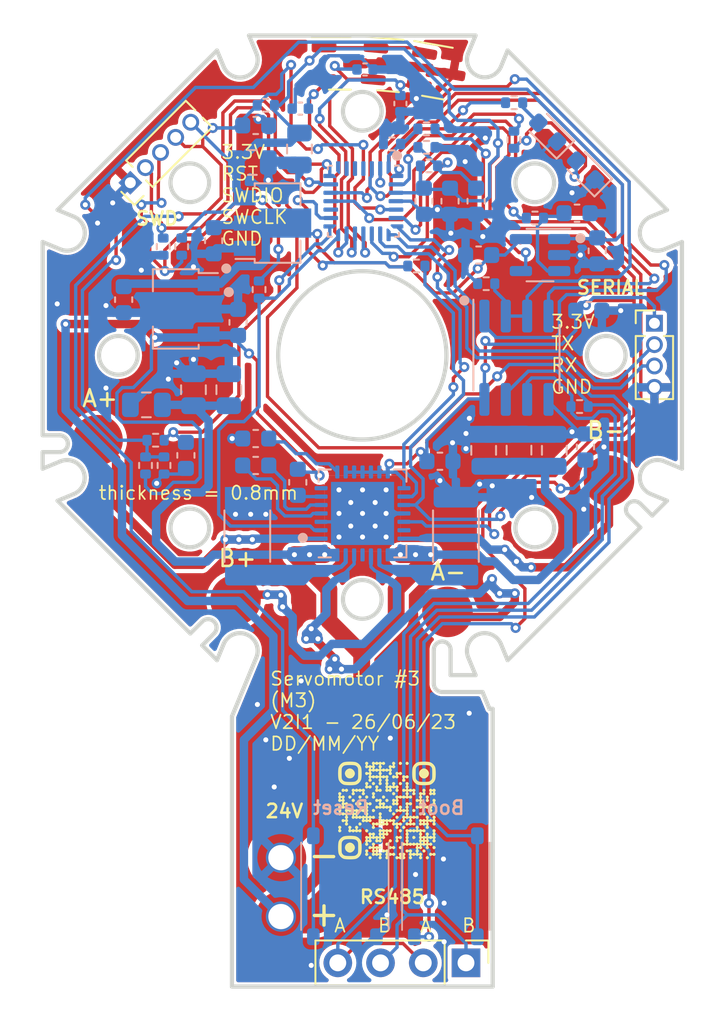
<source format=kicad_pcb>
(kicad_pcb (version 20221018) (generator pcbnew)
  (title_block (title "Servo motor stepper") (date "2023-06-26") (rev "V2I1"))
  (layers (0 "F.Cu" signal) (31 "B.Cu" signal) (34 "B.Paste" user) (35 "F.Paste" user) (36 "B.SilkS" user "B.Silkscreen") (37 "F.SilkS" user "F.Silkscreen") (38 "B.Mask" user) (39 "F.Mask" user) (44 "Edge.Cuts" user))
  (net 0 "")
  (net 1 "/index/schTop/VREF")
  (net 2 "GND")
  (net 3 "Net-(U5-CP1)")
  (net 4 "Net-(U5-CP2)")
  (net 5 "+24V")
  (net 6 "Net-(U5-VCP)")
  (net 7 "Net-(U5-VREG)")
  (net 8 "+3.3V")
  (net 9 "/index/schTop/HALL1")
  (net 10 "/index/schTop/RESET")
  (net 11 "/index/schTop/HALL2")
  (net 12 "+10V")
  (net 13 "/index/schTop/HALL3")
  (net 14 "Net-(U9--)")
  (net 15 "Net-(U9-+)")
  (net 16 "/index/schTop/REF24")
  (net 17 "/index/schTop/TEMPERATURE")
  (net 18 "Net-(D3-A)")
  (net 19 "Net-(D4-A)")
  (net 20 "/index/schTop/UART2 RX")
  (net 21 "/index/schTop/UART2 TX")
  (net 22 "/index/schTop/SWCLK")
  (net 23 "/index/schTop/SWDIO")
  (net 24 "/index/schTop/B")
  (net 25 "/index/schTop/A")
  (net 26 "Net-(U5-SENSE1)")
  (net 27 "Net-(U5-SENSE2)")
  (net 28 "/index/schTop/~{MENABLE}")
  (net 29 "/index/schTop/LED_GREEN")
  (net 30 "/index/schTop/LED_RED")
  (net 31 "/index/schTop/RS485_EN")
  (net 32 "Net-(R20-Pad1)")
  (net 33 "/index/schTop/OVER_VOLTAGE")
  (net 34 "/index/schTop/IMCONTROL")
  (net 35 "/index/schTop/PWMOV")
  (net 36 "/index/schTop/OUT2B")
  (net 38 "/index/schTop/STEP")
  (net 39 "/index/schTop/DIR")
  (net 41 "/index/schTop/OUT1B")
  (net 42 "/index/schTop/OUT1A")
  (net 44 "/index/schTop/OUT2A")
  (net 45 "/index/schTop/RS485_D")
  (net 46 "/index/schTop/RS485_R")
  (footprint "servo_motor:Pad_hole_3mm_TopOnly" (layer "F.Cu") (at 144.7 126.6)
    (fp_text reference "J9" hide)
    (fp_text value "Conn_01x01_Socket" hide)
  )
  (footprint "servo_motor:Pad_3mm_TopOnly" (layer "F.Cu") (at 133.8 98.3)
    (fp_text reference "J8" hide)
    (fp_text value "Conn_01x01_Socket" hide)
  )
  (footprint "Package_TO_SOT_SMD:SOT-23" (layer "F.Cu") (at 151.2 76.01 -5)
    (fp_text reference "U7" hide)
    (fp_text value "AH49HSC")
  )
  (footprint "Package_TO_SOT_SMD:SOT-23" (layer "F.Cu") (at 148.2 75.91)
    (fp_text reference "U4" hide)
    (fp_text value "AH49HSC")
  )
  (footprint "servo_motor:Pad_3mm_TopOnly" (layer "F.Cu") (at 154.6 108.5)
    (fp_text reference "J3" hide)
    (fp_text value "Conn_01x01_Socket" hide)
  )
  (footprint "Connector_PinHeader_1.27mm:PinHeader_1x05_P1.27mm_Vertical" (layer "F.Cu") (at 135.746878 83.003123 135)
    (fp_text reference "J2" hide)
    (fp_text value "01x05 male P=1.27mm")
  )
  (footprint "Connector_PinHeader_2.54mm:PinHeader_1x04_P2.54mm_Vertical" (layer "F.Cu") (at 155.7 129.35 -90)
    (fp_text reference "J4" hide)
    (fp_text value "01x04 male P=2.54mm")
  )
  (footprint "Connector_PinHeader_1.27mm:PinHeader_1x04_P1.27mm_Vertical" (layer "F.Cu") (at 166.9 91.35)
    (fp_text reference "J1" hide)
    (fp_text value "01x04 male P=1.27mm")
  )
  (footprint "servo_motor:QR_M3_V2-26-06-23" (layer "F.Cu") (at 151 120.3)
    (fp_text reference "G***" hide)
    (fp_text value "LOGO" hide)
  )
  (footprint "servo_motor:Pad_3mm_TopOnly" (layer "F.Cu") (at 164.2 100.7)
    (fp_text reference "J6" hide)
    (fp_text value "Conn_01x01_Socket" hide)
  )
  (footprint "servo_motor:Pad_hole_3mm_TopOnly" (layer "F.Cu") (at 144.7 123.1)
    (fp_text reference "J10" hide)
    (fp_text value "Conn_01x01_Socket" hide)
  )
  (footprint "Package_TO_SOT_SMD:SOT-23" (layer "F.Cu") (at 154 76.41 -10)
    (fp_text reference "U6" hide)
    (fp_text value "AH49HSC")
  )
  (footprint "servo_motor:Pad_3mm_TopOnly" (layer "F.Cu") (at 142 107.8)
    (fp_text reference "J7" hide)
    (fp_text value "Conn_01x01_Socket" hide)
  )
  (footprint "servo_motor:TS-1187A-B-C-B" (layer "B.Cu") (at 148.5 124.8 -90)
    (fp_text reference "SW2" hide)
    (fp_text value "TS-1187A-B-C-B")
  )
  (footprint "Capacitor_SMD:C_0805_2012Metric" (layer "B.Cu") (at 158.85 98.89 90)
    (fp_text reference "C7" hide)
    (fp_text value "4.7uF")
  )
  (footprint "Package_TO_SOT_SMD:SOT-89-3" (layer "B.Cu") (at 144.5 85.4)
    (fp_text reference "U11" hide)
    (fp_text value "HT7533-1")
  )
  (footprint "Capacitor_SMD:C_0805_2012Metric" (layer "B.Cu") (at 136.7 96.2 180)
    (fp_text reference "C14" hide)
    (fp_text value "4.7uF")
  )
  (footprint "Capacitor_SMD:C_0603_1608Metric" (layer "B.Cu") (at 154.75 84.1 -90)
    (fp_text reference "C38" hide)
    (fp_text value "4.7uF")
  )
  (footprint "LED_SMD:LED_0603_1608Metric" (layer "B.Cu") (at 162.806847 82.25 135)
    (fp_text reference "D4" hide)
    (fp_text value "19-217/GHC-YR1S2/3T")
  )
  (footprint "Resistor_SMD:R_0402_1005Metric" (layer "B.Cu") (at 153.5 82 180)
    (fp_text reference "R29" hide)
    (fp_text value "4.7k")
  )
  (footprint "Resistor_SMD:R_0402_1005Metric" (layer "B.Cu") (at 137.7 86.8 90)
    (fp_text reference "R4" hide)
    (fp_text value "10k")
  )
  (footprint "Resistor_SMD:R_2010_5025Metric" (layer "B.Cu") (at 142.7 104 -90)
    (fp_text reference "R3" hide)
    (fp_text value "270m")
  )
  (footprint "Resistor_SMD:R_0402_1005Metric" (layer "B.Cu") (at 151.3 80.7)
    (fp_text reference "R23" hide)
    (fp_text value "5.6k")
  )
  (footprint "Capacitor_SMD:C_0805_2012Metric" (layer "B.Cu") (at 145.8 81 -90)
    (fp_text reference "C33" hide)
    (fp_text value "4.7uF")
  )
  (footprint "Package_TO_SOT_SMD:SOT-89-3" (layer "B.Cu") (at 138.45 90.5 180)
    (fp_text reference "U12" hide)
    (fp_text value "L78L10_SOT89")
  )
  (footprint "Capacitor_SMD:C_0603_1608Metric" (layer "B.Cu") (at 162.8 98.7 90)
    (fp_text reference "C1" hide)
    (fp_text value "100nF")
  )
  (footprint "Resistor_SMD:R_0402_1005Metric" (layer "B.Cu") (at 158.55 80.45 -90)
    (fp_text reference "R11" hide)
    (fp_text value "470R")
  )
  (footprint "Capacitor_SMD:C_0603_1608Metric" (layer "B.Cu") (at 163.5 87.05 -90)
    (fp_text reference "C30" hide)
    (fp_text value "100pF")
  )
  (footprint "servo_motor:QFN-28-1EP_5x5mm_P0.5mm_EP3.75x3.75mm_ThermalVias_0.3mm" (layer "B.Cu") (at 149.55 102.65)
    (fp_text reference "U5" hide)
    (fp_text value "A4988")
  )
  (footprint "Resistor_SMD:R_0402_1005Metric" (layer "B.Cu") (at 143.4 89.35 90)
    (fp_text reference "R6" hide)
    (fp_text value "5.6k")
  )
  (footprint "Resistor_SMD:R_0402_1005Metric" (layer "B.Cu") (at 138.8 86.8 90)
    (fp_text reference "R5" hide)
    (fp_text value "10k")
  )
  (footprint "Capacitor_SMD:C_0603_1608Metric" (layer "B.Cu") (at 142.15 91.3 90)
    (fp_text reference "C25" hide)
    (fp_text value "100nF")
  )
  (footprint "Capacitor_SMD:C_0603_1608Metric" (layer "B.Cu") (at 163 90.6 180)
    (fp_text reference "C35" hide)
    (fp_text value "100nF")
  )
  (footprint "Capacitor_SMD:C_0805_2012Metric" (layer "B.Cu") (at 143 81.8)
    (fp_text reference "C5" hide)
    (fp_text value "4.7uF")
  )
  (footprint "Capacitor_SMD:C_0603_1608Metric" (layer "B.Cu") (at 156.45 87.3 180)
    (fp_text reference "C22" hide)
    (fp_text value "1uF")
  )
  (footprint "Package_TO_SOT_SMD:SOT-23-5" (layer "B.Cu") (at 160.1 87.3 180)
    (fp_text reference "U9" hide)
    (fp_text value "LM321")
  )
  (footprint "Resistor_SMD:R_0402_1005Metric" (layer "B.Cu") (at 143.8 78.4)
    (fp_text reference "R15" hide)
    (fp_text value "10k")
  )
  (footprint "Capacitor_SMD:C_0603_1608Metric" (layer "B.Cu") (at 162.3 84.8125)
    (fp_text reference "C28" hide)
    (fp_text value "100nF")
  )
  (footprint "Capacitor_SMD:C_0603_1608Metric" (layer "B.Cu") (at 156.3 84.1 -90)
    (fp_text reference "C41" hide)
    (fp_text value "1uF")
  )
  (footprint "Package_SO:SOIC-8_3.9x4.9mm_P1.27mm" (layer "B.Cu") (at 158.7 93.4 -90)
    (fp_text reference "U10" hide)
    (fp_text value "SP3485EN")
  )
  (footprint "Capacitor_SMD:C_0603_1608Metric" (layer "B.Cu") (at 135.35 89.95 -90)
    (fp_text reference "C32" hide)
    (fp_text value "1uF")
  )
  (footprint "Resistor_SMD:R_0402_1005Metric" (layer "B.Cu") (at 136.65 99.8 90)
    (fp_text reference "R27" hide)
    (fp_text value "10k")
  )
  (footprint "Capacitor_SMD:C_0805_2012Metric" (layer "B.Cu") (at 156.75 98.9 90)
    (fp_text reference "C12" hide)
    (fp_text value "4.7uF")
  )
  (footprint "Capacitor_SMD:C_0603_1608Metric" (layer "B.Cu") (at 154.15 99.55)
    (fp_text reference "C6" hide)
    (fp_text value "220nF")
  )
  (footprint "Resistor_SMD:R_0402_1005Metric" (layer "B.Cu") (at 156.9 89)
    (fp_text reference "R13" hide)
    (fp_text value "10k")
  )
  (footprint "Resistor_SMD:R_0402_1005Metric" (layer "B.Cu") (at 137.25 98.3 180)
    (fp_text reference "R24" hide)
    (fp_text value "10k")
  )
  (footprint "Capacitor_SMD:C_0402_1005Metric" (layer "B.Cu") (at 149.7 76.275)
    (fp_text reference "C17" hide)
    (fp_text value "1nF")
  )
  (footprint "Resistor_SMD:R_2010_5025Metric" (layer "B.Cu") (at 155.1 104 -90)
    (fp_text reference "R1" hide)
    (fp_text value "270m")
  )
  (footprint "Resistor_SMD:R_0402_1005Metric" (layer "B.Cu") (at 158.56 78.25)
    (fp_text reference "R12" hide)
    (fp_text value "1.5k")
  )
  (footprint "Package_DFN_QFN:QFN-28_4x4mm_P0.5mm" (layer "B.Cu") (at 149.6 84.1 180)
    (fp_text reference "U8" hide)
    (fp_text value "STM32G031G8U6")
  )
  (footprint "Resistor_SMD:R_0402_1005Metric" (layer "B.Cu") (at 152.75 87.95)
    (fp_text reference "R22" hide)
    (fp_text value "10k")
  )
  (footprint "Resistor_SMD:R_0402_1005Metric" (layer "B.Cu") (at 137.75 99.8 -90)
    (fp_text reference "R26" hide)
    (fp_text value "1K")
  )
  (footprint "Capacitor_SMD:C_0603_1608Metric" (layer "B.Cu") (at 143.2 99.8)
    (fp_text reference "C2" hide)
    (fp_text value "100nF")
  )
  (footprint "LED_SMD:LED_0603_1608Metric" (layer "B.Cu") (at 160.556847 80 135)
    (fp_text reference "D3" hide)
    (fp_text value "KT-0603R")
  )
  (footprint "Capacitor_SMD:C_0603_1608Metric" (layer "B.Cu") (at 139.05 99.2 -90)
    (fp_text reference "C36" hide)
    (fp_text value "100nF")
  )
  (footprint "Capacitor_SMD:C_0805_2012Metric" (layer "B.Cu") (at 141.6 95.3 90)
    (fp_text reference "C15" hide)
    (fp_text value "4.7uF")
  )
  (footprint "Resistor_SMD:R_0402_1005Metric" (layer "B.Cu") (at 153.35 80.9)
    (fp_text reference "TH1" hide)
    (fp_text value "100k 1% NTC")
  )
  (footprint "Capacitor_SMD:C_0805_2012Metric" (layer "B.Cu") (at 160.95 98.9 90)
    (fp_text reference "C8" hide)
    (fp_text value "4.7uF")
  )
  (footprint "Capacitor_SMD:C_0603_1608Metric" (layer "B.Cu") (at 143.2 98.2)
    (fp_text reference "C4" hide)
    (fp_text value "220nF")
  )
  (footprint "servo_motor:TS-1187A-B-C-B" (layer "B.Cu") (at 154.5 124.8 90)
    (fp_text reference "SW1" hide)
    (fp_text value "TS-1187A-B-C-B")
  )
  (footprint "Capacitor_SMD:C_0603_1608Metric" (layer "B.Cu") (at 145.7 100.8 -90)
    (fp_text reference "C3" hide)
    (fp_text value "100nF")
  )
  (footprint "Capacitor_SMD:C_0402_1005Metric" (layer "B.Cu") (at 151.8 78.3 -90)
    (fp_text reference "C20" hide)
    (fp_text value "1nF")
  )
  (footprint "Capacitor_SMD:C_0603_1608Metric" (layer "B.Cu") (at 153.2 84.1 -90)
    (fp_text reference "C37" hide)
    (fp_text value "100nF")
  )
  (footprint "Resistor_SMD:R_0402_1005Metric" (layer "B.Cu") (at 153.35 79.8 180)
    (fp_text reference "R20" hide)
    (fp_text value "10k")
  )
  (footprint "Capacitor_SMD:C_0402_1005Metric" (layer "B.Cu") (at 145.85 78.6 180)
    (fp_text reference "C23" hide)
    (fp_text value "1nF")
  )
  (footprint "Capacitor_SMD:C_0603_1608Metric" (layer "B.Cu") (at 140.7 86.45 -90)
    (fp_text reference "C26" hide)
    (fp_text value "1uF")
  )
  (footprint "Resistor_SMD:R_0402_1005Metric" (layer "B.Cu") (at 162.45 96.3)
    (fp_text reference "R17" hide)
    (fp_text value "10k")
  )
  (footprint "Capacitor_SMD:C_0805_2012Metric" (layer "B.Cu") (at 139.5 95.3 90)
    (fp_text reference "C19" hide)
    (fp_text value "4.7uF")
  )
  (footprint "Resistor_SMD:R_0402_1005Metric" (layer "B.Cu") (at 159.8 85.1)
    (fp_text reference "R25" hide)
    (fp_text value "10k")
  )
  (footprint "Capacitor_SMD:C_0603_1608Metric" (layer "B.Cu") (at 143.2 79.6)
    (fp_text reference "C18" hide)
    (fp_text value "100nF")
  )
  (gr_circle (center 155.6 90) (end 155.75 90) (stroke (width 0.3)) (fill none) (layer "B.SilkS"))
  (gr_circle (center 162.5 86.3) (end 162.65 86.3) (stroke (width 0.3)) (fill none) (layer "B.SilkS"))
  (gr_circle (center 141.6 89.5) (end 141.75 89.5) (stroke (width 0.3)) (fill none) (layer "B.SilkS"))
  (gr_circle (center 146 104.1) (end 146.15 104.1) (stroke (width 0.3)) (fill none) (layer "B.SilkS"))
  (gr_circle (center 141.45 88.1) (end 141.6 88.1) (stroke (width 0.3)) (fill none) (layer "B.SilkS"))
  (gr_circle (center 151.6 81.4) (end 151.75 81.4) (stroke (width 0.3)) (fill none) (layer "B.SilkS"))
  (gr_line locked (start 156.269312 74.25771) (end 155.836678 75.302181) (stroke (width 0.25)) (layer "Edge.Cuts"))
  (gr_arc locked (start 153.785766 110.75771) (mid 153.932198 110.404142) (end 154.285766 110.25771) (stroke (width 0.25)) (layer "Edge.Cuts"))
  (gr_circle locked (center 139.282718 103.510758) (end 140.432718 103.510758) (stroke (width 0.25)) (fill none) (layer "Edge.Cuts"))
  (gr_line locked (start 141.785766 114.711647) (end 143.234854 111.213238) (stroke (width 0.25)) (layer "Edge.Cuts"))
  (gr_line locked (start 158.174295 111.369181) (end 166.060892 103.482583) (stroke (width 0.25)) (layer "Edge.Cuts"))
  (gr_circle locked (center 149.535766 78.75771) (end 150.685766 78.75771) (stroke (width 0.25)) (fill none) (layer "Edge.Cuts"))
  (gr_line locked (start 158.174295 111.369181) (end 157.776825 110.409603) (stroke (width 0.25)) (layer "Edge.Cuts"))
  (gr_line locked (start 131.580237 99.558622) (end 130.535766 99.991256) (stroke (width 0.25)) (layer "Edge.Cuts"))
  (gr_line locked (start 130.535766 86.524164) (end 131.580237 86.956798) (stroke (width 0.25)) (layer "Edge.Cuts"))
  (gr_circle locked (center 149.535766 107.75771) (end 150.685766 107.75771) (stroke (width 0.25)) (fill none) (layer "Edge.Cuts"))
  (gr_line locked (start 166.687659 101.498768) (end 167.647237 101.896238) (stroke (width 0.25)) (layer "Edge.Cuts"))
  (gr_line locked (start 141.294707 110.409603) (end 140.897237 111.369181) (stroke (width 0.25)) (layer "Edge.Cuts"))
  (gr_line locked (start 130.535766 99.00771) (end 130.535766 99.991256) (stroke (width 0.25)) (layer "Edge.Cuts"))
  (gr_line locked (start 130.535766 86.524164) (end 130.535766 98.00771) (stroke (width 0.25)) (layer "Edge.Cuts"))
  (gr_arc locked (start 132.383872 85.016651) (mid 132.952159 86.388556) (end 131.580237 86.956798) (stroke (width 0.25)) (layer "Edge.Cuts"))
  (gr_arc locked (start 143.234854 75.302181) (mid 142.666587 76.674045) (end 141.294707 76.105816) (stroke (width 0.25)) (layer "Edge.Cuts"))
  (gr_line locked (start 131.535766 98.00771) (end 130.535766 98.00771) (stroke (width 0.25)) (layer "Edge.Cuts"))
  (gr_line locked (start 165.353785 102.775477) (end 166.060892 103.482583) (stroke (width 0.25)) (layer "Edge.Cuts"))
  (gr_line locked (start 168.535766 99.991256) (end 167.491295 99.558621) (stroke (width 0.25)) (layer "Edge.Cuts"))
  (gr_line locked (start 131.424295 84.619181) (end 140.897237 75.146238) (stroke (width 0.25)) (layer "Edge.Cuts"))
  (gr_line locked (start 143.234854 75.302181) (end 142.80222 74.25771) (stroke (width 0.25)) (layer "Edge.Cuts"))
  (gr_arc locked (start 140.725106 109.075729) (mid 140.87153 109.429282) (end 140.725106 109.782836) (stroke (width 0.25)) (layer "Edge.Cuts"))
  (gr_line locked (start 140.017999 110.489943) (end 140.725106 109.782836) (stroke (width 0.25)) (layer "Edge.Cuts"))
  (gr_line locked (start 153.785766 110.75771) (end 153.785766 112.75771) (stroke (width 0.25)) (layer "Edge.Cuts"))
  (gr_arc locked (start 141.294707 110.409603) (mid 142.666569 109.841415) (end 143.234854 111.213238) (stroke (width 0.25)) (layer "Edge.Cuts"))
  (gr_line locked (start 157.285766 130.75771) (end 157.285766 114.258401) (stroke (width 0.25)) (layer "Edge.Cuts"))
  (gr_line locked (start 166.767999 102.775477) (end 167.647237 101.896238) (stroke (width 0.25)) (layer "Edge.Cuts"))
  (gr_line locked (start 158.174295 75.146238) (end 167.647237 84.619181) (stroke (width 0.25)) (layer "Edge.Cuts"))
  (gr_line locked (start 156.683525 113.25771) (end 157.096512 114.254748) (stroke (width 0.25)) (layer "Edge.Cuts"))
  (gr_arc locked (start 140.017999 109.075729) (mid 140.371552 108.929283) (end 140.725106 109.075729) (stroke (width 0.25)) (layer "Edge.Cuts"))
  (gr_line locked (start 132.383872 85.016651) (end 131.424295 84.619181) (stroke (width 0.25)) (layer "Edge.Cuts"))
  (gr_arc locked (start 155.836678 111.213238) (mid 156.404958 109.841406) (end 157.776825 110.409603) (stroke (width 0.25)) (layer "Edge.Cuts"))
  (gr_line locked (start 168.535766 99.991256) (end 168.535766 86.524164) (stroke (width 0.25)) (layer "Edge.Cuts"))
  (gr_line locked (start 140.897237 75.146238) (end 141.294707 76.105816) (stroke (width 0.25)) (layer "Edge.Cuts"))
  (gr_arc locked (start 131.535766 98.00771) (mid 131.889314 98.154162) (end 132.035766 98.50771) (stroke (width 0.25)) (layer "Edge.Cuts"))
  (gr_line locked (start 167.647237 84.619181) (end 166.687659 85.016651) (stroke (width 0.25)) (layer "Edge.Cuts"))
  (gr_line locked (start 157.096512 114.254748) (end 157.285766 114.258401) (stroke (width 0.25)) (layer "Edge.Cuts"))
  (gr_line locked (start 167.491295 86.956798) (end 168.535766 86.524164) (stroke (width 0.25)) (layer "Edge.Cuts"))
  (gr_line locked (start 141.785766 114.711647) (end 141.785766 130.75771) (stroke (width 0.25)) (layer "Edge.Cuts"))
  (gr_arc locked (start 166.687659 101.498768) (mid 166.11934 100.12685) (end 167.491295 99.558621) (stroke (width 0.25)) (layer "Edge.Cuts"))
  (gr_line locked (start 157.285766 130.75771) (end 141.785766 130.75771) (stroke (width 0.25)) (layer "Edge.Cuts"))
  (gr_arc locked (start 157.776825 76.105816) (mid 156.404933 76.674072) (end 155.836678 75.302181) (stroke (width 0.25)) (layer "Edge.Cuts"))
  (gr_circle locked (center 159.788814 103.510758) (end 160.938814 103.510758) (stroke (width 0.25)) (fill none) (layer "Edge.Cuts"))
  (gr_circle locked (center 164.035766 93.25771) (end 165.185766 93.25771) (stroke (width 0.25)) (fill none) (layer "Edge.Cuts"))
  (gr_arc locked (start 165.353785 102.775477) (mid 165.207362 102.421924) (end 165.353785 102.06837) (stroke (width 0.25)) (layer "Edge.Cuts"))
  (gr_line locked (start 131.424295 101.896238) (end 132.383872 101.498768) (stroke (width 0.25)) (layer "Edge.Cuts"))
  (gr_arc locked (start 154.285766 110.25771) (mid 154.639306 110.40417) (end 154.785766 110.75771) (stroke (width 0.25)) (layer "Edge.Cuts"))
  (gr_line locked (start 156.269312 74.25771) (end 142.80222 74.25771) (stroke (width 0.25)) (layer "Edge.Cuts"))
  (gr_line locked (start 166.767999 102.775477) (end 166.060892 102.06837) (stroke (width 0.25)) (layer "Edge.Cuts"))
  (gr_line locked (start 140.017999 109.075729) (end 139.310892 109.782836) (stroke (width 0.25)) (layer "Edge.Cuts"))
  (gr_circle locked (center 135.035766 93.25771) (end 136.185766 93.25771) (stroke (width 0.25)) (fill none) (layer "Edge.Cuts"))
  (gr_arc locked (start 132.035766 98.50771) (mid 131.88935 98.861294) (end 131.535766 99.00771) (stroke (width 0.25)) (layer "Edge.Cuts"))
  (gr_arc locked (start 154.285766 113.25771) (mid 153.932199 113.111277) (end 153.785766 112.75771) (stroke (width 0.25)) (layer "Edge.Cuts"))
  (gr_arc locked (start 131.580237 99.558622) (mid 132.135192 99.48993) (end 132.646716 99.715845) (stroke (width 0.25)) (layer "Edge.Cuts"))
  (gr_arc locked (start 132.646716 99.715845) (mid 133.020786 100.681827) (end 132.383872 101.498768) (stroke (width 0.25)) (layer "Edge.Cuts"))
  (gr_line locked (start 157.776825 76.105816) (end 158.174295 75.146238) (stroke (width 0.25)) (layer "Edge.Cuts"))
  (gr_line locked (start 131.424295 101.896238) (end 139.310892 109.782836) (stroke (width 0.25)) (layer "Edge.Cuts"))
  (gr_line locked (start 154.785766 112.25771) (end 154.785766 110.75771) (stroke (width 0.25)) (layer "Edge.Cuts"))
  (gr_line locked (start 130.535766 99.00771) (end 131.535766 99.00771) (stroke (width 0.25)) (layer "Edge.Cuts"))
  (gr_circle locked (center 149.535766 93.25771) (end 154.535766 93.25771) (stroke (width 0.25)) (fill none) (layer "Edge.Cuts"))
  (gr_line locked (start 156.269312 112.25771) (end 154.785766 112.25771) (stroke (width 0.25)) (layer "Edge.Cuts"))
  (gr_line locked (start 155.836678 111.213238) (end 156.269312 112.25771) (stroke (width 0.25)) (layer "Edge.Cuts"))
  (gr_circle locked (center 139.282718 83.004661) (end 140.432718 83.004661) (stroke (width 0.25)) (fill none) (layer "Edge.Cuts"))
  (gr_arc locked (start 165.353785 102.06837) (mid 165.707338 101.921923) (end 166.060892 102.06837) (stroke (width 0.25)) (layer "Edge.Cuts"))
  (gr_arc locked (start 167.491295 86.956798) (mid 166.119341 86.388568) (end 166.687659 85.016651) (stroke (width 0.25)) (layer "Edge.Cuts"))
  (gr_line locked (start 140.017999 110.489943) (end 140.897237 111.369181) (stroke (width 0.25)) (layer "Edge.Cuts"))
  (gr_circle locked (center 159.788814 83.004661) (end 160.938814 83.004661) (stroke (width 0.25)) (fill none) (layer "Edge.Cuts"))
  (gr_line locked (start 154.285766 113.25771) (end 156.683525 113.25771) (stroke (width 0.25)) (layer "Edge.Cuts"))
  (gr_text "Reset" (at 150 120.6) (layer "B.SilkS") (effects (font (size 0.8 0.8)) (justify left bottom mirror)))
  (gr_text "Boot" (at 155.7 120.6) (layer "B.SilkS") (effects (font (size 0.8 0.8)) (justify left bottom mirror)))
  (gr_text "+" (at 146.2 127.3) (layer "F.SilkS") (effects (font (size 1.5 1.5) (thickness 0.2)) (justify left bottom)))
  (gr_text "3.3V\nTX\nRX\nGND" (at 160.7 95.6) (layer "F.SilkS") (effects (font (size 0.8 0.8) (thickness 0.1)) (justify left bottom)))
  (gr_text "B" (at 150.4 127.6) (layer "F.SilkS") (effects (font (size 0.8 0.8) (thickness 0.1)) (justify left bottom)))
  (gr_text "Servomotor #3\n(M3)\nV2I1 - 26/06/23\nDD/MM/YY" (at 144 116.8) (layer "F.SilkS") (effects (font (size 0.8 0.8) (thickness 0.1)) (justify left bottom)))
  (gr_text "RS485" (at 149.3 125.9) (layer "F.SilkS") (effects (font (size 0.8 0.8)) (justify left bottom)))
  (gr_text "SWD" (at 136 85.6) (layer "F.SilkS") (effects (font (size 0.8 0.8)) (justify left bottom)))
  (gr_text "-" (at 146.2 123.8) (layer "F.SilkS") (effects (font (size 1.5 1.5) (thickness 0.2)) (justify left bottom)))
  (gr_text "B" (at 155.4 127.6) (layer "F.SilkS") (effects (font (size 0.8 0.8) (thickness 0.1)) (justify left bottom)))
  (gr_text "thickness = 0.8mm" (at 133.8 101.9) (layer "F.SilkS") (effects (font (size 0.8 0.8) (thickness 0.1)) (justify left bottom)))
  (gr_text "B+" (at 140.9 105.9) (layer "F.SilkS") (effects (font (size 1 1)) (justify left bottom)))
  (gr_text "3.3V\nRST\nSWDIO\nSWCLK\nGND" (at 141.1 86.8) (layer "F.SilkS") (effects (font (size 0.8 0.8) (thickness 0.1)) (justify left bottom)))
  (gr_text "24V" (at 143.7 120.8) (layer "F.SilkS") (effects (font (size 0.8 0.8)) (justify left bottom)))
  (gr_text "A+" (at 132.8 96.4) (layer "F.SilkS") (effects (font (size 1 1)) (justify left bottom)))
  (gr_text "SERIAL" (at 162.2 89.7) (layer "F.SilkS") (effects (font (size 0.8 0.8)) (justify left bottom)))
  (gr_text "A" (at 147.8 127.6) (layer "F.SilkS") (effects (font (size 0.8 0.8) (thickness 0.1)) (justify left bottom)))
  (gr_text "A-" (at 153.5 106.7) (layer "F.SilkS") (effects (font (size 1 1)) (justify left bottom)))
  (gr_text "B-" (at 162.8 98.3) (layer "F.SilkS") (effects (font (size 1 1)) (justify left bottom)))
  (gr_text "A" (at 152.9 127.6) (layer "F.SilkS") (effects (font (size 0.8 0.8) (thickness 0.1)) (justify left bottom)))
  (segment (start 157.74457 102.521116) (end 157.74457 102.810992) (width 0.2) (layer "F.Cu") (net 1))
  (segment (start 161.329977 101.170023) (end 160.959954 100.8) (width 0.2) (layer "F.Cu") (net 1))
  (segment (start 160.959954 100.8) (end 159.465686 100.8) (width 0.2) (layer "F.Cu") (net 1))
  (segment (start 159.465686 100.8) (end 157.74457 102.521116) (width 0.2) (layer "F.Cu") (net 1))
  (via (at 157.74457 102.810992) (size 0.6) (drill 0.3) (layers "F.Cu" "B.Cu") (net 1))
  (via (at 161.329977 101.170023) (size 0.6) (drill 0.3) (layers "F.Cu" "B.Cu") (net 1))
  (segment (start 155.55 95.565686) (end 155.55 94.75) (width 0.2) (layer "B.Cu") (net 1))
  (segment (start 162.8 100.45) (end 162.8 99.475) (width 0.2) (layer "B.Cu") (net 1))
  (segment (start 154.95 90.75) (end 153.26 89.06) (width 0.2) (layer "B.Cu") (net 1))
  (segment (start 154.95 94.15) (end 154.95 90.75) (width 0.2) (layer "B.Cu") (net 1))
  (segment (start 153.55 103) (end 152.7 102.15) (width 0.2) (layer "B.Cu") (net 1))
  (segment (start 152.407843 98.707843) (end 155.55 95.565686) (width 0.2) (layer "B.Cu") (net 1))
  (segment (start 152.7 102.15) (end 152.0125 102.15) (width 0.2) (layer "B.Cu") (net 1))
  (segment (start 157.555562 103) (end 153.55 103) (width 0.2) (layer "B.Cu") (net 1))
  (segment (start 153.15 100.6) (end 152.407843 99.857843) (width 0.2) (layer "B.Cu") (net 1))
  (segment (start 152.7 102.15) (end 153.15 101.7) (width 0.2) (layer "B.Cu") (net 1))
  (segment (start 157.74457 102.810992) (end 157.555562 103) (width 0.2) (layer "B.Cu") (net 1))
  (segment (start 153.15 101.7) (end 153.15 100.6) (width 0.2) (layer "B.Cu") (net 1))
  (segment (start 161.329977 101.170023) (end 162.079977 101.170023) (width 0.2) (layer "B.Cu") (net 1))
  (segment (start 153.26 89.06) (end 153.26 87.95) (width 0.2) (layer "B.Cu") (net 1))
  (segment (start 152.407843 99.857843) (end 152.407843 98.707843) (width 0.2) (layer "B.Cu") (net 1))
  (segment (start 155.55 94.75) (end 154.95 94.15) (width 0.2) (layer "B.Cu") (net 1))
  (segment (start 162.079977 101.170023) (end 162.8 100.45) (width 0.2) (layer "B.Cu") (net 1))
  (segment (start 151.742224 75.89) (end 149.3475 75.89) (width 0.2) (layer "F.Cu") (net 2))
  (segment (start 153.65 78) (end 154.887205 76.762795) (width 0.2) (layer "F.Cu") (net 2))
  (segment (start 152.75 78) (end 153.65 78) (width 0.2) (layer "F.Cu") (net 2))
  (segment (start 149.3475 75.89) (end 149.1375 76.1) (width 0.2) (layer "F.Cu") (net 2))
  (segment (start 152.133933 76.281709) (end 151.742224 75.89) (width 0.2) (layer "F.Cu") (net 2))
  (segment (start 154.442171 76.281709) (end 152.133933 76.281709) (width 0.2) (layer "F.Cu") (net 2))
  (segment (start 154.887205 76.762795) (end 154.923257 76.762795) (width 0.2) (layer "F.Cu") (net 2))
  (segment (start 154.923257 76.762795) (end 154.442171 76.281709) (width 0.2) (layer "F.Cu") (net 2))
  (via (at 133.8 85.4) (size 0.6) (drill 0.3) (layers "F.Cu" "B.Cu") (net 2))
  (via (at 142 102.7) (size 0.6) (drill 0.3) (layers "F.Cu" "B.Cu") (net 2))
  (via (at 143.8 102.7) (size 0.6) (drill 0.3) (layers "F.Cu" "B.Cu") (net 2))
  (via (at 154.8 86) (size 0.6) (drill 0.3) (layers "F.Cu" "B.Cu") (net 2))
  (via (at 143.36265 79.2195) (size 0.6) (drill 0.3) (layers "F.Cu" "B.Cu") (net 2))
  (via (at 145.9 112.6) (size 0.6) (drill 0.3) (layers "F.Cu" "B.Cu") (net 2))
  (via (at 152.7 124.1) (size 0.6) (drill 0.3) (layers "F.Cu" "B.Cu") (net 2))
  (via (at 162 83.6) (size 0.6) (drill 0.3) (layers "F.Cu" "B.Cu") (net 2))
  (via (at 155.9 97) (size 0.6) (drill 0.3) (layers "F.Cu" "B.Cu") (net 2))
  (via (at 155.89 114.52) (size 0.6) (drill 0.3) (layers "F.Cu" "B.Cu") (net 2))
  (via (at 137.312911 100.862364) (size 0.6) (drill 0.3) (layers "F.Cu" "B.Cu") (net 2))
  (via (at 155.7 97.9) (size 0.6) (drill 0.3) (layers "F.Cu" "B.Cu") (net 2))
  (via (at 162.5 87.3) (size 0.6) (drill 0.3) (layers "F.Cu" "B.Cu") (net 2))
  (via (at 145.2 117.2) (size 0.6) (drill 0.3) (layers "F.Cu" "B.Cu") (net 2))
  (via (at 139.5 88) (size 0.6) (drill 0.3) (layers "F.Cu" "B.Cu") (net 2))
  (via (at 151.2 116) (size 0.6) (drill 0.3) (layers "F.Cu" "B.Cu") (net 2))
  (via (at 155.65 81.75) (size 0.6) (drill 0.3) (layers "F.Cu" "B.Cu") (net 2))
  (via (at 143.95 82.85) (size 0.6) (drill 0.3) (layers "F.Cu" "B.Cu") (net 2))
  (via (at 139.5 93.5) (size 0.6) (drill 0.3) (layers "F.Cu" "B.Cu") (net 2))
  (via (at 138.5 93.7) (size 0.6) (drill 0.3) (layers "F.Cu" "B.Cu") (net 2))
  (via (at 144.3 118.9) (size 0.6) (drill 0.3) (layers "F.Cu" "B.Cu") (net 2))
  (via (at 156.7 86.2) (size 0.6) (drill 0.3) (layers "F.Cu" "B.Cu") (net 2))
  (via (at 131.4 90.2) (size 0.6) (drill 0.3) (layers "F.Cu" "B.Cu") (net 2))
  (via (at 154.15 100.7) (size 0.6) (drill 0.3) (layers "F.Cu" "B.Cu") (net 2))
  (via (at 163.9 98.7) (size 0.6) (drill 0.3) (layers "F.Cu" "B.Cu") (net 2))
  (via (at 159.6 101.7) (size 0.6) (drill 0.3) (layers "F.Cu" "B.Cu") (net 2))
  (via (at 142.9 102.7) (size 0.6) (drill 0.3) (layers "F.Cu" "B.Cu") (net 2))
  (via (at 136.4 88.2) (size 0.6) (drill 0.3) (layers "F.Cu" "B.Cu") (net 2))
  (via (at 157.26 101.01) (size 0.6) (drill 0.3) (layers "F.Cu" "B.Cu") (net 2))
  (via (at 154 84.6) (size 0.6) (drill 0.3) (layers "F.Cu" "B.Cu") (net 2))
  (via (at 141.8 98.2) (size 0.6) (drill 0.3) (layers "F.Cu" "B.Cu") (net 2))
  (via (at 156.51 100.91) (size 0.6) (drill 0.3) (layers "F.Cu" "B.Cu") (net 2))
  (via (at 154.4 128.1) (size 0.6) (drill 0.3) (layers "F.Cu" "B.Cu") (net 2))
  (via (at 155.7 98.8) (size 0.6) (drill 0.3) (layers "F.Cu" "B.Cu") (net 2))
  (via (at 143.3 114) (size 0.6) (drill 0.3) (layers "F.Cu" "B.Cu") (net 2))
  (via (at 154.36 123.18) (size 0.6) (drill 0.3) (layers "F.Cu" "B.Cu") (net 2))
  (via (at 164.9 90.6) (size 0.6) (drill 0.3) (layers "F.Cu" "B.Cu") (net 2))
  (via (at 162.7 102.4) (size 0.6) (drill 0.3) (layers "F.Cu" "B.Cu") (net 2))
  (via (at 134.3 90.3) (size 0.6) (drill 0.3) (layers "F.Cu" "B.Cu") (net 2))
  (via (at 134.7 84.2) (size 0.6) (drill 0.3) (layers "F.Cu" "B.Cu") (net 2))
  (via (at 152.75 78) (size 0.6) (drill 0.3) (layers "F.Cu" "B.Cu") (net 2))
  (via (at 143.8 116.1) (size 0.6) (drill 0.3) (layers "F.Cu" "B.Cu") (net 2))
  (via (at 154.4 125.8) (size 0.6) (drill 0.3) (layers "F.Cu" "B.Cu") (net 2))
  (via (at 154.9 98.45) (size 0.6) (drill 0.3) (layers "F.Cu" "B.Cu") (net 2))
  (via (at 156.85 80.35) (size 0.6) (drill 0.3) (layers "F.Cu" "B.Cu") (net 2))
  (via (at 151 126.5) (size 0.6) (drill 0.3) (layers "F.Cu" "B.Cu") (net 2))
  (via (at 134.3 95.2) (size 0.6) (drill 0.3) (layers "F.Cu" "B.Cu") (net 2))
  (via (at 138.006827 94.671218) (size 0.6) (drill 0.3) (layers "F.Cu" "B.Cu") (net 2))
  (via (at 162 97.8) (size 0.6) (drill 0.3) (layers "F.Cu" "B.Cu") (net 2))
  (via (at 146.5 129.5) (size 0.6) (drill 0.3) (layers "F.Cu" "B.Cu") (net 2))
  (segment (start 143.95 82.85) (end 143.95 81.7) (width 0.5) (layer "B.Cu") (net 2))
  (segment (start 153.475 84.6) (end 156.025 84.6) (width 0.2) (layer "B.Cu") (net 2))
  (segment (start 136.4 88.2) (end 137.29 87.31) (width 0.2) (layer "B.Cu") (net 2))
  (segment (start 138.5 93.7) (end 139.15 94.35) (width 0.5) (layer "B.Cu") (net 2))
  (segment (start 139.15 94.35) (end 139.5 94.35) (width 0.5) (layer "B.Cu") (net 2))
  (segment (start 145.55 81.7) (end 145.8 81.95) (width 0.5) (layer "B.Cu") (net 2))
  (segment (start 143.8 102.7) (end 143.7125 102.7) (width 0.5) (layer "B.Cu") (net 2))
  (segment (start 142.55 86.9) (end 140.875 86.9) (width 0.5) (layer "B.Cu") (net 2))
  (segment (start 145.55 77.43) (end 146.63 76.35) (width 0.2) (layer "B.Cu") (net 2))
  (segment (start 141.6 94.35) (end 139.5 94.35) (width 0.5) (layer "B.Cu") (net 2))
  (segment (start 137.312911 100.747089) (end 137.75 100.31) (width 0.2) (layer "B.Cu") (net 2))
  (segment (start 143.5945 79.2195) (end 143.975 79.6) (width 0.5) (layer "B.Cu") (net 2))
  (segment (start 160.843153 80.556847) (end 160 81.4) (width 0.2) (layer "B.Cu") (net 2))
  (segment (start 147 75.98) (end 147.52 75.46) (width 0.2) (layer "B.Cu") (net 2))
  (segment (start 137.75 100.31) (end 138.715 100.31) (width 0.2) (layer "B.Cu") (net 2))
  (segment (start 145.37 78.6) (end 145.55 78.42) (width 0.2) (layer "B.Cu") (net 2))
  (segment (start 155.675 88.285) (end 156.39 89) (width 0.2) (layer "B.Cu") (net 2))
  (segment (start 154.8 80.9) (end 153.86 80.9) (width 0.2) (layer "B.Cu") (net 2))
  (segment (start 162.6 87.3) (end 163.3 88) (width 0.2) (layer "B.Cu") (net 2))
  (segment (start 147.0875 103.15) (end 147.95 103.15) (width 0.2) (layer "B.Cu") (net 2))
  (segment (start 151.5375 84.1) (end 152.425 84.1) (width 0.2) (layer "B.Cu") (net 2))
  (segment (start 161.113694 80.556847) (end 160.843153 80.556847) (width 0.2) (layer "B.Cu") (net 2))
  (segment (start 142.425 98.2) (end 141.8 98.2) (width 0.25) (layer "B.Cu") (net 2))
  (segment (start 138.006827 94.671218) (end 137.278782 94.671218) (width 0.5) (layer "B.Cu") (net 2))
  (segment (start 160 81.4) (end 159.95 81.45) (width 0.2) (layer "B.Cu") (net 2))
  (segment (start 160.95 97.95) (end 158.3 97.95) (width 1) (layer "B.Cu") (net 2))
  (segment (start 150.79 80.7) (end 150.79 80.3148) (width 0.5) (layer "B.Cu") (net 2))
  (segment (start 147.95 103.15) (end 148.15 103.35) (width 0.2) (layer "B.Cu") (net 2))
  (segment (start 162.525 97.925) (end 162.8 97.925) (width 0.2) (layer "B.Cu") (net 2))
  (segment (start 140.3625 90.5) (end 142.275 90.5) (width 0.5) (layer "B.Cu") (net 2))
  (segment (start 155.7 98.8) (end 155.7 97.9) (width 0.5) (layer "B.Cu") (net 2))
  (segment (start 151.135706 79.964294) (end 151.5 79.6) (width 0.5) (layer "B.Cu") (net 2))
  (segment (start 149.34 75.46) (end 147.94 75.46) (width 0.2) (layer "B.Cu") (net 2))
  (segment (start 137.312911 100.862364) (end 137.312911 100.747089) (width 0.2) (layer "B.Cu") (net 2))
  (segment (start 155.675 87.3) (end 155.675 88.285) (width 0.2) (layer "B.Cu") (net 2))
  (segment (start 156.025 84.6) (end 156.3 84.875) (width 0.2) (layer "B.Cu") (net 2))
  (segment (start 155.75 97.95) (end 158.3 97.95) (width 1) (layer "B.Cu") (net 2))
  (segment (start 143.36265 79.2195) (end 143.5945 79.2195) (width 0.5) (layer "B.Cu") (net 2))
  (segment (start 150.952459 80.180936) (end 151.135706 79.964294) (width 0.5) (layer "B.Cu") (net 2))
  (segment (start 152.0125 102.65) (end 150.95 102.65) (width 0.2) (layer "B.Cu") (net 2))
  (segment (start 155.7 97.9) (end 155.7 97.2) (width 0.5) (layer "B.Cu") (net 2))
  (segment (start 138.715 100.31) (end 139.05 99.975) (width 0.2) (layer "B.Cu") (net 2))
  (segment (start 155.7 97.9) (end 155.75 97.95) (width 1) (layer "B.Cu") (net 2))
  (segment (start 154.9 98.45) (end 154.925 98.475) (width 0.5) (layer "B.Cu") (net 2))
  (segment (start 154.15 100.7375) (end 155.1 101.6875) (width 0.5) (layer "B.Cu") (net 2))
  (segment (start 161.2375 87.3) (end 162.6 87.3) (width 0.2) (layer "B.Cu") (net 2))
  (segment (start 158.3 97.95) (end 156.9 97.95) (width 1) (layer "B.Cu") (net 2))
  (segment (start 146.63 76.35) (end 146.648529 76.35) (width 0.2) (layer "B.Cu") (net 2))
  (segment (start 157.26 101.1) (end 157.07 100.91) (width 0.5) (layer "B.Cu") (net 2))
  (segment (start 135.35 90.725) (end 140.0875 90.725) (width 0.5) (layer "B.Cu") (net 2))
  (segment (start 146.648529 76.35) (end 147 75.998529) (width 0.2) (layer "B.Cu") (net 2))
  (segment (start 150.18 76.3) (end 149.34 75.46) (width 0.2) (layer "B.Cu") (net 2))
  (segment (start 155.7 87.3) (end 155.675 87.3) (width 0.2) (layer "B.Cu") (net 2))
  (segment (start 153.2 84.875) (end 153.475 84.6) (width 0.2) (layer "B.Cu") (net 2))
  (segment (start 140.875 86.9) (end 140.7 87.075) (width 0.5) (layer "B.Cu") (net 2))
  (segment (start 147 75.998529) (end 147 75.98) (width 0.2) (layer "B.Cu") (net 2))
  (segment (start 157.07 100.91) (end 156.51 100.91) (width 0.5) (layer "B.Cu") (net 2))
  (segment (start 145.55 78.42) (end 145.55 77.43) (width 0.2) (layer "B.Cu") (net 2))
  (segment (start 155.7 97.2) (end 155.9 97) (width 0.5) (layer "B.Cu") (net 2))
  (segment (start 160.605 96.005) (end 162.525 97.925) (width 0.2) (layer "B.Cu") (net 2))
  (segment (start 137.278782 94.671218) (end 135.75 96.2) (width 0.5) (layer "B.Cu") (net 2))
  (segment (start 154.15 100.7) (end 154.15 100.7375) (width 0.5) (layer "B.Cu") (net 2))
  (segment (start 150.79 80.3148) (end 150.952459 80.180936) (width 0.5) (layer "B.Cu") (net 2))
  (segment (start 137.29 87.31) (end 137.7 87.31) (width 0.2) (layer "B.Cu") (net 2))
  (segment (start 160.605 95.875) (end 160.605 96.005) (width 0.2) (layer "B.Cu") (net 2))
  (segment (start 163.3 88) (end 163.65 88) (width 0.2) (layer "B.Cu") (net 2))
  (segment (start 134.3 90.3) (end 134.725 90.725) (width 0.5) (layer "B.Cu") (net 2))
  (segment (start 155.7325 101.6875) (end 155.1 101.6875) (width 0.5) (layer "B.Cu") (net 2))
  (segment (start 134.725 90.725) (end 135.35 90.725) (width 0.5) (layer "B.Cu") (net 2))
  (segment (start 152.425 84.1) (end 153.2 84.875) (width 0.2) (layer "B.Cu") (net 2))
  (segment (start 139.5 94.35) (end 139.5 93.5) (width 0.5) (layer "B.Cu") (net 2))
  (segment (start 140.0875 90.725) (end 140.3125 90.5) (width 0.5) (layer "B.Cu") (net 2))
  (segment (start 154.925 98.475) (end 154.925 99.55) (width 0.5) (layer "B.Cu") (net 2))
  (segment (start 155.65 81.75) (end 154.8 80.9) (width 0.2) (layer "B.Cu") (net 2))
  (segment (start 147.52 75.46) (end 147.94 75.46) (width 0.2) (layer "B.Cu") (net 2))
  (segment (start 163.141713 97.925) (end 162.8 97.925) (width 0.5) (layer "B.Cu") (net 2))
  (segment (start 156.51 100.91) (end 155.7325 101.6875) (width 0.5) (layer "B.Cu") (net 2))
  (segment (start 143.95 81.7) (end 145.55 81.7) (width 0.5) (layer "B.Cu") (net 2))
  (segment (start 146.6125 102.65) (end 147.0875 102.65) (width 0.2) (layer "B.Cu") (net 3))
  (segment (start 144.934314 102.8) (end 146.4625 102.8) (width 0.2) (layer "B.Cu") (net 3))
  (segment (start 146.4625 102.8) (end 146.6125 102.65) (width 0.2) (layer "B.Cu") (net 3))
  (segment (start 144.1 100.6) (end 144.5 101) (width 0.2) (layer "B.Cu") (net 3))
  (segment (start 143.225 100.6) (end 144.1 100.6) (width 0.2) (layer "B.Cu") (net 3))
  (segment (start 144.5 102.365686) (end 144.934314 102.8) (width 0.2) (layer "B.Cu") (net 3))
  (segment (start 142.425 99.8) (end 143.225 100.6) (width 0.2) (layer "B.Cu") (net 3))
  (segment (start 144.5 101) (end 144.5 102.365686) (width 0.2) (layer "B.Cu") (net 3))
  (segment (start 144.925 102.225) (end 145.1 102.4) (width 0.2) (layer "B.Cu") (net 4))
  (segment (start 144.2 100) (end 144.925 100.725) (width 0.2) (layer "B.Cu") (net 4))
  (segment (start 146.45 102.15) (end 147.0875 102.15) (width 0.2) (layer "B.Cu") (net 4))
  (segment (start 143.975 100) (end 144.2 100) (width 0.2) (layer "B.Cu") (net 4))
  (segment (start 146.2 102.4) (end 146.45 102.15) (width 0.2) (layer "B.Cu") (net 4))
  (segment (start 145.1 102.4) (end 146.2 102.4) (width 0.2) (layer "B.Cu") (net 4))
  (segment (start 144.925 100.725) (end 144.925 102.225) (width 0.2) (layer "B.Cu") (net 4))
  (segment (start 153.6 105.1) (end 151.55 107.15) (width 1) (layer "F.Cu") (net 5))
  (segment (start 147.55 109.038369) (end 149.5 110.988369) (width 1) (layer "F.Cu") (net 5))
  (segment (start 151.55 107.15) (end 151.55 108.938369) (width 1) (layer "F.Cu") (net 5))
  (segment (start 145.5 105.1) (end 147.55 107.15) (width 1) (layer "F.Cu") (net 5))
  (segment (start 144.7 126.6) (end 146.8 126.6) (width 2) (layer "F.Cu") (net 5))
  (segment (start 143.3 96.7) (end 147 100.4) (width 0.2) (layer "F.Cu") (net 5))
  (segment (start 151.55 108.938369) (end 149.5 110.988369) (width 1) (layer "F.Cu") (net 5))
  (segment (start 142.85 93.15) (end 143.3 93.6) (width 0.2) (layer "F.Cu") (net 5))
  (segment (start 149.5 123.9) (end 149.5 113.2) (width 2) (layer "F.Cu") (net 5))
  (segment (start 131.9 91.4) (end 136.4 91.4) (width 0.5) (layer "F.Cu") (net 5))
  (segment (start 145.5 105.1) (end 147.3 105.1) (width 1) (layer "F.Cu") (net 5))
  (segment (start 143.3 93.6) (end 143.3 96.7) (width 0.2) (layer "F.Cu") (net 5))
  (segment (start 153.6 105.1) (end 151.8 105.1) (width 1) (layer "F.Cu") (net 5))
  (segment (start 136.4 91.4) (end 137.2 92.2) (width 0.5) (layer "F.Cu") (net 5))
  (segment (start 146.8 126.6) (end 149.5 123.9) (width 2) (layer "F.Cu") (net 5))
  (segment (start 149.5 110.988369) (end 149.5 113.2) (width 1) (layer "F.Cu") (net 5))
  (segment (start 147.55 107.15) (end 147.55 109.038369) (width 1) (layer "F.Cu") (net 5))
  (segment (start 142.8005 93.15) (end 142.85 93.15) (width 0.2) (layer "F.Cu") (net 5))
  (via (at 147.3 105.1) (size 0.6) (drill 0.3) (layers "F.Cu" "B.Cu") (net 5))
  (via (at 153.6 105.1) (size 0.6) (drill 0.3) (layers "F.Cu" "B.Cu") (net 5))
  (via (at 145.5 105.1) (size 0.6) (drill 0.3) (layers "F.Cu" "B.Cu") (net 5))
  (via (at 152.7 105.1) (size 0.6) (drill 0.3) (layers "F.Cu" "B.Cu") (net 5))
  (via (at 131.9 91.4) (size 0.6) (drill 0.3) (layers "F.Cu" "B.Cu") (net 5))
  (via (at 146.4 105.1) (size 0.6) (drill 0.3) (layers "F.Cu" "B.Cu") (net 5))
  (via (at 142.8005 93.15) (size 0.6) (drill 0.3) (layers "F.Cu" "B.Cu") (net 5))
  (via (at 151.8 105.1) (size 0.6) (drill 0.3) (layers "F.Cu" "B.Cu") (net 5))
  (via (at 137.2 92.2) (size 0.6) (drill 0.3) (layers "F.Cu" "B.Cu") (net 5))
  (via (at 147 100.4) (size 0.6) (drill 0.3) (layers "F.Cu" "B.Cu") (net 5))
  (segment (start 140.7 105.1) (end 140.292988 105.507012) (width 0.5) (layer "B.Cu") (net 5))
  (segment (start 140 101.4) (end 140.4 101) (width 0.5) (layer "B.Cu") (net 5))
  (segment (start 140.4 101) (end 140.4 97.15) (width 0.5) (layer "B.Cu") (net 5))
  (segment (start 142.8005 93.15) (end 142.15 92.4995) (width 0.2) (layer "B.Cu") (net 5))
  (segment (start 144.25 114.35) (end 142.5 116.1) (width 0.5) (layer "B.Cu") (net 5))
  (segment (start 131.9 91.4) (end 131.9 96.50919) (width 0.5) (layer "B.Cu") (net 5))
  (segment (start 139.6 100.8) (end 138.3 100.8) (width 0.2) (layer "B.Cu") (net 5))
  (segment (start 137.637636 101.462364) (end 137.062364 101.462364) (width 0.2) (layer "B.Cu") (net 5))
  (segment (start 140.25 92.2) (end 140.45 92) (width 0.5) (layer "B.Cu") (net 5))
  (segment (start 139.15 107.85) (end 142.15 107.85) (width 0.5) (layer "B.Cu") (net 5))
  (segment (start 147 100.4) (end 146.8 100.2) (width 0.2) (layer "B.Cu") (net 5))
  (segment (start 140.4 97.15) (end 139.5 96.25) (width 0.5) (layer "B.Cu") (net 5))
  (segment (start 140.45 92) (end 140.525 92.075) (width 0.5) (layer "B.Cu") (net 5))
  (segment (start 137 92.4) (end 137 94.1) (width 0.2) (layer "B.Cu") (net 5))
  (segment (start 139.9 100.5) (end 139.6 100.8) (width 0.2) (layer "B.Cu") (net 5))
  (segment (start 138.5 101.4) (end 140 101.4) (width 0.5) (layer "B.Cu") (net 5))
  (segment (start 158.5 106.6) (end 160.002082 106.6) (width 0.5) (layer "B.Cu") (net 5))
  (segment (start 139.45 96.2) (end 139.5 96.25) (width 0.5) (layer "B.Cu") (net 5))
  (segment (start 142.5 116.1) (end 142.5 124.4) (width 0.5) (layer "B.Cu") (net 5))
  (segment (start 137.279361 104.379361) (end 137.279361 102.620639) (width 0.5) (layer "B.Cu") (net 5))
  (segment (start 156.411466 105.1) (end 156.811467 105.5) (width 0.5) (layer "B.Cu") (net 5))
  (segment (start 135.25 99.85919) (end 135.25 103.95) (width 0.5) (layer "B.Cu") (net 5))
  (segment (start 140.525 92.075) (end 142.3 92.075) (width 0.5) (layer "B.Cu") (net 5))
  (segment (start 160.002082 106.6) (end 161.786833 104.815249) (width 0.5) (layer "B.Cu") (net 5))
  (segment (start 145.875 100.2) (end 145.7 100.025) (width 0.2) (layer "B.Cu") (net 5))
  (segment (start 134.95 96.902817) (end 135.272183 97.225) (width 0.2) (layer "B.Cu") (net 5))
  (segment (start 137.062364 101.462364) (end 136.65 101.05) (width 0.2) (layer "B.Cu") (net 5))
  (segment (start 136.65 101.05) (end 136.65 100.31) (width 0.2) (layer "B.Cu") (net 5))
  (segment (start 141.6 96.25) (end 139.5 96.25) (width 0.5) (layer "B.Cu") (net 5))
  (segment (start 137.2 92.2) (end 140.25 92.2) (width 0.5) (layer "B.Cu") (net 5))
  (segment (start 135.25 103.95) (end 139.15 107.85) (width 0.5) (layer "B.Cu") (net 5))
  (segment (start 140.292988 105.507012) (end 138.407012 105.507012) (width 0.5) (layer "B.Cu") (net 5))
  (segment (start 137.2 92.2) (end 137 92.4) (width 0.2) (layer "B.Cu") (net 5))
  (segment (start 160.4 101.3) (end 160.4 99.85) (width 0.5) (layer "B.Cu") (net 5))
  (segment (start 137.85 96.2) (end 139.45 96.2) (width 0.5) (layer "B.Cu") (net 5))
  (segment (start 142.15 107.85) (end 144.25 109.95) (width 0.5) (layer "B.Cu") (net 5))
  (segment (start 160.4 99.85) (end 161.1 99.85) (width 0.5) (layer "B.Cu") (net 5))
  (segment (start 156.9 99.85) (end 161.1 99.85) (width 1) (layer "B.Cu") (net 5))
  (segment (start 157.4 105.5) (end 158.5 106.6) (width 0.5) (layer "B.Cu") (net 5))
  (segment (start 142.5 124.4) (end 144.7 126.6) (width 0.5) (layer "B.Cu") (net 5))
  (segment (start 135.925 95.175) (end 135.272183 95.175) (width 0.2) (layer "B.Cu") (net 5))
  (segment (start 139.425 97.225) (end 139.9 97.7) (width 0.2) (layer "B.Cu") (net 5))
  (segment (start 139.9 97.7) (end 139.9 100.5) (width 0.2) (layer "B.Cu") (net 5))
  (segment (start 137 94.1) (end 135.925 95.175) (width 0.2) (layer "B.Cu") (net 5))
  (segment (start 135.272183 95.175) (end 134.95 95.497183) (width 0.2) (layer "B.Cu") (net 5))
  (segment (start 146.8 100.2) (end 145.875 100.2) (width 0.2) (layer "B.Cu") (net 5))
  (segment (start 144.25 109.95) (end 144.25 114.35) (width 0.5) (layer "B.Cu") (net 5))
  (segment (start 156.811467 105.5) (end 157.4 105.5) (width 0.5) (layer "B.Cu") (net 5))
  (segment (start 145.5 105.1) (end 140.7 105.1) (width 0.5) (layer "B.Cu") (net 5))
  (segment (start 135.272183 97.225) (end 139.425 97.225) (width 0.2) (layer "B.Cu") (net 5))
  (segment (start 137.279361 102.620639) (end 138.5 101.4) (width 0.5) (layer "B.Cu") (net 5))
  (segment (start 131.9 96.50919) (end 135.25 99.85919) (width 0.5) (layer "B.Cu") (net 5))
  (segment (start 153.6 105.1) (end 156.411466 105.1) (width 0.5) (layer "B.Cu") (net 5))
  (segment (start 138.407012 105.507012) (end 137.279361 104.379361) (width 0.5) (layer "B.Cu") (net 5))
  (segment (start 138.3 100.8) (end 137.637636 101.462364) (width 0.2) (layer "B.Cu") (net 5))
  (segment (start 161.786833 102.686833) (end 160.4 101.3) (width 0.5) (layer "B.Cu") (net 5))
  (segment (start 161.786833 104.815249) (end 161.786833 102.686833) (width 0.5) (layer "B.Cu") (net 5))
  (segment (start 134.95 95.497183) (end 134.95 96.902817) (width 0.2) (layer "B.Cu") (net 5))
  (segment (start 142.15 92.4995) (end 142.15 92.075) (width 0.2) (layer "B.Cu") (net 5))
  (segment (start 145.775 101.65) (end 145.7 101.575) (width 0.2) (layer "B.Cu") (net 6))
  (segment (start 147.0875 101.65) (end 145.775 101.65) (width 0.2) (layer "B.Cu") (net 6))
  (segment (start 148.05 100.1875) (end 147.5625 99.7) (width 0.2) (layer "B.Cu") (net 7))
  (segment (start 146.2 99.1) (end 145.6 99.1) (width 0.2) (layer "B.Cu") (net 7))
  (segment (start 144.9 98.4) (end 143.975 98.4) (width 0.2) (layer "B.Cu") (net 7))
  (segment (start 147.5625 99.7) (end 146.8 99.7) (width 0.2) (layer "B.Cu") (net 7))
  (segment (start 146.8 99.7) (end 146.2 99.1) (width 0.2) (layer "B.Cu") (net 7))
  (segment (start 145.6 99.1) (end 144.9 98.4) (width 0.2) (layer "B.Cu") (net 7))
  (segment (start 165.69 96.81) (end 164.9 97.6) (width 0.2) (layer "F.Cu") (net 8))
  (segment (start 156.7 102.434315) (end 156.7 104.62) (width 0.2) (layer "F.Cu") (net 8))
  (segment (start 144.5495 86.95) (end 144.55 86.9495) (width 0.2) (layer "F.Cu") (net 8))
  (segment (start 159.2 107.12) (end 159.2 108.9) (width 0.2) (layer "F.Cu") (net 8))
  (segment (start 152.9 99) (end 153.007343 99) (width 0.2) (layer "F.Cu") (net 8))
  (segment (start 144.55 84.984) (end 143.6 84.034) (width 0.2) (layer "F.Cu") (net 8))
  (segment (start 159.134315 100) (end 156.7 102.434315) (width 0.2) (layer "F.Cu") (net 8))
  (segment (start 151.15 99.7) (end 152.2 99.7) (width 0.2) (layer "F.Cu") (net 8))
  (segment (start 157.6 81.440011) (end 157.129948 81.910063) (width 0.2) (layer "F.Cu") (net 8))
  (segment (start 147.168093 74.981907) (end 152.721979 74.981907) (width 0.2) (layer "F.Cu") (net 8))
  (segment (start 157.6 80.65) (end 157.6 81.440011) (width 0.2) (layer "F.Cu") (net 8))
  (segment (start 163.103944 90) (end 162.829444 90.2745) (width 0.2) (layer "F.Cu") (net 8))
  (segment (start 159.2 108.9) (end 158.65 109.45) (width 0.2) (layer "F.Cu") (net 8))
  (segment (start 157.129948 81.910063) (end 157.129948 84.859948) (width 0.2) (layer "F.Cu") (net 8))
  (segment (start 144.55 86.9495) (end 144.55 84.984) (width 0.2) (layer "F.Cu") (net 8))
  (segment (start 156.7 104.62) (end 159.2 107.12) (width 0.2) (layer "F.Cu") (net 8))
  (segment (start 157.129948 84.859948) (end 157.99 85.72) (width 0.2) (layer "F.Cu") (net 8))
  (segment (start 163.2 97.6) (end 160.8 100) (width 0.2) (layer "F.Cu") (net 8))
  (segment (start 162.788628 85.72) (end 165.69 88.621372) (width 0.2) (layer "F.Cu") (net 8))
  (segment (start 164.9 97.6) (end 163.2 97.6) (width 0.2) (layer "F.Cu") (net 8))
  (segment (start 160.8 100) (end 159.134315 100) (width 0.2) (layer "F.Cu") (net 8))
  (segment (start 156.85 93.9995) (end 156.85 92.4005) (width 0.2) (layer "F.Cu") (net 8))
  (segment (start 165.69 90) (end 163.103944 90) (width 0.2) (layer "F.Cu") (net 8))
  (segment (start 165.69 88.621372) (end 165.69 96.81) (width 0.2) (layer "F.Cu") (net 8))
  (segment (start 152.721979 74.981907) (end 153.241709 75.501637) (width 0.2) (layer "F.Cu") (net 8))
  (segment (start 152.2 99.7) (end 152.9 99) (width 0.2) (layer "F.Cu") (net 8))
  (segment (start 146.4 75.75) (end 147.168093 74.981907) (width 0.2) (layer "F.Cu") (net 8))
  (segment (start 157.99 85.72) (end 162.788628 85.72) (width 0.2) (layer "F.Cu") (net 8))
  (via (at 157.6 80.65) (size 0.6) (drill 0.3) (layers "F.Cu" "B.Cu") (net 8))
  (via (at 156.85 92.4005) (size 0.6) (drill 0.3) (layers "F.Cu" "B.Cu") (net 8))
  (via (at 144.5495 86.95) (size 0.6) (drill 0.3) (layers "F.Cu" "B.Cu") (net 8))
  (via (at 162.829444 90.2745) (size 0.6) (drill 0.3) (layers "F.Cu" "B.Cu") (net 8))
  (via (at 158.65 109.45) (size 0.6) (drill 0.3) (layers "F.Cu" "B.Cu") (net 8))
  (via (at 143.6 84.034) (size 0.6) (drill 0.3) (layers "F.Cu" "B.Cu") (net 8))
  (via (at 151.15 99.7) (size 0.6) (drill 0.3) (layers "F.Cu" "B.Cu") (net 8))
  (via (at 146.4 75.75) (size 0.6) (drill 0.3) (layers "F.Cu" "B.Cu") (net 8))
  (via (at 153.007343 99) (size 0.6) (drill 0.3) (layers "F.Cu" "B.Cu") (net 8))
  (via (at 156.85 93.9995) (size 0.6) (drill 0.3) (layers "F.Cu" "B.Cu") (net 8))
  (segment (start 154.7 77.715686) (end 152.034314 75.05) (width 0.2) (layer "B.Cu") (net 8))
  (segment (start 157.1 81.9) (end 157.1 83.85) (width 0.2) (layer "B.Cu") (net 8))
  (segment (start 162.225 90.6) (end 162.5505 90.2745) (width 0.5) (layer "B.Cu") (net 8))
  (segment (start 141.4 84.75) (end 142.25 83.9) (width 0.2) (layer "B.Cu") (net 8))
  (segment (start 162.829444 90.2745) (end 163.278944 89.825) (width 0.2) (layer "B.Cu") (net 8))
  (segment (start 156.85 92.4005) (end 157.0495 92.6) (width 0.2) (layer "B.Cu") (net 8))
  (segment (start 145.15 77) (end 145.15 77.887746) (width 0.2) (layer "B.Cu") (net 8))
  (segment (start 166.375 89.825) (end 166.9 90.35) (width 0.2) (layer "B.Cu") (net 8))
  (segment (start 151.05 100.1875) (end 151.05 99.8) (width 0.2) (layer "B.Cu") (net 8))
  (segment (start 153.2 110.297058) (end 153.2 120.4) (width 0.2) (layer "B.Cu") (net 8))
  (segment (start 154.595 121.795) (end 156.37 121.795) (width 0.2) (layer "B.Cu") (net 8))
  (segment (start 156.375 121.8) (end 156.375 127.8) (width 0.2) (layer "B.Cu") (net 8))
  (segment (start 153.375 98.306372) (end 155.831372 95.85) (width 0.2) (layer "B.Cu") (net 8))
  (segment (start 156.875 84.075) (end 155.5 84.075) (width 0.2) (layer "B.Cu") (net 8))
  (segment (start 140.2 84.75) (end 141.4 84.75) (width 0.2) (layer "B.Cu") (net 8))
  (segment (start 144.31 78.4) (end 144.31 78.71) (width 0.2) (layer "B.Cu") (net 8))
  (segment (start 154.7 78.8) (end 154.7 77.715686) (width 0.2) (layer "B.Cu") (net 8))
  (segment (start 152.99 83.115) (end 153.2 83.325) (width 0.2) (layer "B.Cu") (net 8))
  (segment (start 139.33898 79.411021) (end 141.727959 81.8) (width 0.2) (layer "B.Cu") (net 8))
  (segment (start 153.2 83.325) (end 153.275 83.4) (width 0.2) (layer "B.Cu") (net 8))
  (segment (start 138.8 86.15) (end 140.2 84.75) (width 0.2) (layer "B.Cu") (net 8))
  (segment (start 158.65 109.45) (end 158.4 109.2) (width 0.2) (layer "B.Cu") (net 8))
  (segment (start 154.297058 109.2) (end 153.2 110.297058) (width 0.2) (layer "B.Cu") (net 8))
  (segment (start 155.5 84.075) (end 154.75 83.325) (width 0.2) (layer "B.Cu") (net 8))
  (segment (start 152.034314 75.05) (end 147.1 75.05) (width 0.2) (layer "B.Cu") (net 8))
  (segment (start 157.6 80.65) (end 157.6 79.8) (width 0.2) (layer "B.Cu") (net 8))
  (segment (start 143.466 83.9) (end 142.55 83.9) (width 0.2) (layer "B.Cu") (net 8))
  (segment (start 142.05 81.7) (end 142.235051 81.7) (width 0.5) (layer "B.Cu") (net 8))
  (segment (start 148.55 100.1875) (end 148.5625 100.2) (width 0.2) (layer "B.Cu") (net 8))
  (segment (start 144.5495 86.95) (end 144.5495 87.6905) (width 0.2) (layer "B.Cu") (net 8))
  (segment (start 145.15 77.887746) (end 144.637746 78.4) (width 0.2) (layer "B.Cu") (net 8))
  (segment (start 156.795 94.0545) (end 156.795 95.875) (width 0.2) (layer "B.Cu") (net 8))
  (segment (start 151.05 99.8) (end 151.15 99.7) (width 0.2) (layer "B.Cu") (net 8))
  (segment (start 161.4 92.6) (end 162.225 91.775) (width 0.2) (layer "B.Cu") (net 8))
  (segment (start 144.5495 87.6905) (end 143.4 88.84) (width 0.2) (layer "B.Cu") (net 8))
  (segment (start 152.925 83.6) (end 153.2 83.325) (width 0.2) (layer "B.Cu") (net 8))
  (segment (start 147.1 75.05) (end 146.4 75.75) (width 0.2) (layer "B.Cu") (net 8))
  (segment (start 155.831372 95.85) (end 156.77 95.85) (width 0.2) (layer "B.Cu") (net 8))
  (segment (start 157.6 79.8) (end 157.1 79.3) (width 0.2) (layer "B.Cu") (net 8))
  (segment (start 162.225 91.775) (end 162.225 90.4) (width 0.2) (layer "B.Cu") (net 8))
  (segment (start 157.1 83.85) (end 156.875 84.075) (width 0.2) (layer "B.Cu") (net 8))
  (segment (start 142.25 83.9) (end 142.55 83.9) (width 0.2) (layer "B.Cu") (net 8))
  (segment (start 158.4 109.2) (end 154.297058 109.2) (width 0.2) (layer "B.Cu") (net 8))
  (segment (start 157.6 80.65) (end 157.6 81.4) (width 0.2) (layer "B.Cu") (net 8))
  (segment (start 153.2 120.4) (end 154.595 121.795) (width 0.2) (layer "B.Cu") (net 8))
  (segment (start 157.0495 92.6) (end 161.4 92.6) (width 0.2) (layer "B.Cu") (net 8))
  (segment (start 156.85 93.9995) (end 156.795 94.0545) (width 0.2) (layer "B.Cu") (net 8))
  (segment (start 144.31 78.71) (end 145.65 80.05) (width 0.2) (layer "B.Cu") (net 8))
  (segment (start 162.5505 90.2745) (end 162.829444 90.2745) (width 0.5) (layer "B.Cu") (net 8))
  (segment (start 157.1 79.3) (end 155.2 79.3) (width 0.2) (layer "B.Cu") (net 8))
  (segment (start 151.5375 83.6) (end 152.925 83.6) (width 0.2) (layer "B.Cu") (net 8))
  (segment (start 155.2 79.3) (end 154.7 78.8) (width 0.2) (layer "B.Cu") (net 8))
  (segment (start 142.05 83.4) (end 142.05 81.7) (width 0.5) (layer "B.Cu") (net 8))
  (segment (start 145.65 80.05) (end 145.8 80.05) (width 0.2) (layer "B.Cu") (net 8))
  (segment (start 163.278944 89.825) (end 166.375 89.825) (width 0.2) (layer "B.Cu") (net 8))
  (segment (start 143.6 84.034) (end 143.466 83.9) (width 0.2) (layer "B.Cu") (net 8))
  (segment (start 157.6 81.4) (end 157.1 81.9) (width 0.2) (layer "B.Cu") (net 8))
  (segment (start 152.0125 100.6625) (end 152.0125 101.15) (width 0.2) (layer "B.Cu") (net 8))
  (segment (start 143.310051 80.625) (end 145.225 80.625) (width 0.5) (layer "B.Cu") (net 8))
  (segment (start 138.8 86.29) (end 138.8 86.15) (width 0.2) (layer "B.Cu") (net 8))
  (segment (start 141.727959 81.8) (end 142.05 81.8) (width 0.2) (layer "B.Cu") (net 8))
  (segment (start 145.225 80.625) (end 145.8 80.05) (width 0.5) (layer "B.Cu") (net 8))
  (segment (start 151.55 100.2) (end 152.0125 100.6625) (width 0.2) (layer "B.Cu") (net 8))
  (segment (start 166.9 90.35) (end 166.9 91.35) (width 0.2) (layer "B.Cu") (net 8))
  (segment (start 142.55 83.9) (end 142.05 83.4) (width 0.5) (layer "B.Cu") (net 8))
  (segment (start 153.275 83.4) (end 154.675 83.4) (width 0.2) (layer "B.Cu") (net 8))
  (segment (start 148.5625 100.2) (end 151.55 100.2) (width 0.2) (layer "B.Cu") (net 8))
  (segment (start 154.675 83.4) (end 154.75 83.325) (width 0.2) (layer "B.Cu") (net 8))
  (segment (start 144.637746 78.4) (end 144.31 78.4) (width 0.2) (layer "B.Cu") (net 8))
  (segment (start 156.37 121.795) (end 156.375 121.8) (width 0.2) (layer "B.Cu") (net 8))
  (segment (start 142.235051 81.7) (end 143.310051 80.625) (width 0.5) (layer "B.Cu") (net 8))
  (segment (start 153.375 99.55) (end 153.375 98.306372) (width 0.2) (layer "B.Cu") (net 8))
  (segment (start 146.4 75.75) (end 145.15 77) (width 0.2) (layer "B.Cu") (net 8))
  (segment (start 152.99 82) (end 152.99 83.115) (width 0.2) (layer "B.Cu") (net 8))
  (segment (start 147.6 79.634314) (end 148.95 80.984314) (width 0.2) (layer "F.Cu") (net 9))
  (segment (start 148.7 82.981372) (end 148.7 85.568628) (width 0.2) (layer "F.Cu") (net 9))
  (segment (start 149.562912 76.86) (end 149.593557 76.890645) (width 0.2) (layer "F.Cu") (net 9))
  (segment (start 148.636396 76.86) (end 148.636396 76.963604) (width 0.2) (layer "F.Cu") (net 9))
  (segment (start 148.636396 76.86) (end 149.562912 76.86) (width 0.2) (layer "F.Cu") (net 9))
  (segment (start 147.6 78) (end 147.6 79.634314) (width 0.2) (layer "F.Cu") (net 9))
  (segment (start 148.95 82.731372) (end 148.7 82.981372) (width 0.2) (layer "F.Cu") (net 9))
  (segment (start 148.7 85.568628) (end 149.705305 86.573933) (width 0.2) (layer "F.Cu") (net 9))
  (segment (start 147.900504 76.124108) (end 148.636396 76.86) (width 0.2) (layer "F.Cu") (net 9))
  (segment (start 148.636396 76.963604) (end 147.6 78) (width 0.2) (layer "F.Cu") (net 9))
  (segment (start 149.705305 86.573933) (end 149.705305 87.154599) (width 0.2) (layer "F.Cu") (net 9))
  (segment (start 148.95 80.984314) (end 148.95 82.731372) (width 0.2) (layer "F.Cu") (net 9))
  (segment (start 147.900504 76.062466) (end 147.900504 76.124108) (width 0.2) (layer "F.Cu") (net 9))
  (via (at 149.705305 87.154599) (size 0.6) (drill 0.3) (layers "F.Cu" "B.Cu") (net 9))
  (via (at 147.900504 76.062466) (size 0.6) (drill 0.3) (layers "F.Cu" "B.Cu") (net 9))
  (segment (start 149.705305 87.154599) (end 149.6 87.049294) (width 0.2) (layer "B.Cu") (net 9))
  (segment (start 149.195 76.25) (end 148.65 76.25) (width 0.2) (layer "B.Cu") (net 9))
  (segment (start 148.088038 76.25) (end 148.65 76.25) (width 0.2) (layer "B.Cu") (net 9))
  (segment (start 149.6 87.049294) (end 149.6 86.0375) (width 0.2) (layer "B.Cu") (net 9))
  (segment (start 149.07 76.25) (end 149.22 76.4) (width 0.2) (layer "B.Cu") (net 9))
  (segment (start 148.65 76.25) (end 149.07 76.25) (width 0.2) (layer "B.Cu") (net 9))
  (segment (start 149.22 76.275) (end 149.195 76.25) (width 0.2) (layer "B.Cu") (net 9))
  (segment (start 148.784315 76.25) (end 149.195 76.25) (width 0.2) (layer "B.Cu") (net 9))
  (segment (start 147.900504 76.062466) (end 148.088038 76.25) (width 0.2) (layer "B.Cu") (net 9))
  (segment (start 140.05 80.35) (end 140.65 79.75) (width 0.2) (layer "F.Cu") (net 10))
  (segment (start 149.6 80.75) (end 149.6 82.8) (width 0.2) (layer "F.Cu") (net 10))
  (segment (start 138.62 85.000125) (end 138.76344 84.856685) (width 0.2) (layer "F.Cu") (net 10))
  (segment (start 140.193315 84.856685) (end 141.15 83.9) (width 0.2) (layer "F.Cu") (net 10))
  (segment (start 146.2 81) (end 146.9 81) (width 0.2) (layer "F.Cu") (net 10))
  (segment (start 138.76344 84.856685) (end 140.193315 84.856685) (width 0.2) (layer "F.Cu") (net 10))
  (segment (start 145.3 80.1) (end 146.2 81) (width 0.2) (layer "F.Cu") (net 10))
  (segment (start 149.1 83.3) (end 149.1 84.2) (width 0.2) (layer "F.Cu") (net 10))
  (segment (start 145.3 76) (end 145.3 80.1) (width 0.2) (layer "F.Cu") (net 10))
  (segment (start 149.6 82.8) (end 149.1 83.3) (width 0.2) (layer "F.Cu") (net 10))
  (segment (start 149.1 84.2) (end 149.405956 84.505956) (width 0.2) (layer "F.Cu") (net 10))
  (segment (start 141.15 81.95) (end 140.05 80.85) (width 0.2) (layer "F.Cu") (net 10))
  (segment (start 149.405956 84.505956) (end 150.509975 84.505956) (width 0.2) (layer "F.Cu") (net 10))
  (segment (start 140.05 80.85) (end 138.981909 80.85) (width 0.2) (layer "F.Cu") (net 10))
  (segment (start 141.15 83.9) (end 141.15 81.95) (width 0.2) (layer "F.Cu") (net 10))
  (segment (start 140.05 80.85) (end 140.05 80.35) (width 0.2) (layer "F.Cu") (net 10))
  (segment (start 138.981909 80.85) (end 138.440955 80.309046) (width 0.2) (layer "F.Cu") (net 10))
  (segment (start 150.509975 84.505956) (end 150.599332 84.595313) (width 0.2) (layer "F.Cu") (net 10))
  (via (at 138.62 85.000125) (size 0.6) (drill 0.3) (layers "F.Cu" "B.Cu") (net 10))
  (via (at 149.6 80.75) (size 0.6) (drill 0.3) (layers "F.Cu" "B.Cu") (net 10))
  (via (at 150.599332 84.595313) (size 0.6) (drill 0.3) (layers "F.Cu" "B.Cu") (net 10))
  (via (at 145.3 76) (size 0.6) (drill 0.3) (layers "F.Cu" "B.Cu") (net 10))
  (via (at 140.65 79.75) (size 0.6) (drill 0.3) (layers "F.Cu" "B.Cu") (net 10))
  (via (at 146.9 81) (size 0.6) (drill 0.3) (layers "F.Cu" "B.Cu") (net 10))
  (segment (start 147.15 80.75) (end 146.9 81) (width 0.2) (layer "B.Cu") (net 10))
  (segment (start 142.5 107.3) (end 144.8 109.6) (width 0.2) (layer "B.Cu") (net 10))
  (segment (start 132.5 96.33137) (end 135.8 99.631372) (width 0.2) (layer "B.Cu") (net 10))
  (segment (start 141.931371 79.75) (end 140.65 79.75) (width 0.2) (layer "B.Cu") (net 10))
  (segment (start 142.275 79.75) (end 142.425 79.6) (width 0.2) (layer "B.Cu") (net 10))
  (segment (start 143.931371 77.75) (end 141.931371 79.75) (width 0.2) (layer "B.Cu") (net 10))
  (segment (start 144.8 109.6) (end 144.8 114.35) (width 0.2) (layer "B.Cu") (net 10))
  (segment (start 138.62 85.000125) (end 136.599875 85.000125) (width 0.2) (layer "B.Cu") (net 10))
  (segment (start 135.8 103.7) (end 139.4 107.3) (width 0.2) (layer "B.Cu") (net 10))
  (segment (start 150.919772 84.6) (end 151.5375 84.6) (width 0.2) (layer "B.Cu") (net 10))
  (segment (start 144.75 77.421941) (end 144.421941 77.75) (width 0.2) (layer "B.Cu") (net 10))
  (segment (start 145.3 76) (end 144.75 76.55) (width 0.2) (layer "B.Cu") (net 10))
  (segment (start 146.625 127.8) (end 146.625 121.8) (width 0.2) (layer "B.Cu") (net 10))
  (segment (start 144.421941 77.75) (end 143.931371 77.75) (width 0.2) (layer "B.Cu") (net 10))
  (segment (start 144.75 76.55) (end 144.75 77.421941) (width 0.2) (layer "B.Cu") (net 10))
  (segment (start 150.599332 84.595313) (end 150.915085 84.595313) (width 0.2) (layer "B.Cu") (net 10))
  (segment (start 135.8 99.631372) (end 135.8 103.7) (width 0.2) (layer "B.Cu") (net 10))
  (segment (start 140.65 79.75) (end 142.275 79.75) (width 0.2) (layer "B.Cu") (net 10))
  (segment (start 150.915085 84.595313) (end 150.919772 84.6) (width 0.2) (layer "B.Cu") (net 10))
  (segment (start 132.5 89.1) (end 132.5 96.33137) (width 0.2) (layer "B.Cu") (net 10))
  (segment (start 149.6 80.75) (end 147.15 80.75) (width 0.2) (layer "B.Cu") (net 10))
  (segment (start 136.599875 85.000125) (end 132.5 89.1) (width 0.2) (layer "B.Cu") (net 10))
  (segment (start 146.625 116.175) (end 146.625 121.8) (width 0.2) (layer "B.Cu") (net 10))
  (segment (start 144.8 114.35) (end 146.625 116.175) (width 0.2) (layer "B.Cu") (net 10))
  (segment (start 139.4 107.3) (end 142.5 107.3) (width 0.2) (layer "B.Cu") (net 10))
  (segment (start 146.9995 79.2) (end 146.9995 79.5995) (width 0.2) (layer "F.Cu") (net 11))
  (segment (start 148.55 81.15) (end 148.55 82.565686) (width 0.2) (layer "F.Cu") (net 11))
  (segment (start 148.55 82.565686) (end 148.3 82.815687) (width 0.2) (layer "F.Cu") (net 11))
  (segment (start 148.3 82.815687) (end 148.3 85.734313) (width 0.2) (layer "F.Cu") (net 11))
  (segment (start 151.8 77.204158) (end 152.743163 77.204158) (width 0.2) (layer "F.Cu") (net 11))
  (segment (start 148.905816 86.34013) (end 148.905816 87.149992) (width 0.2) (layer "F.Cu") (net 11))
  (segment (start 146.9995 79.5995) (end 148.55 81.15) (width 0.2) (layer "F.Cu") (net 11))
  (segment (start 148.3 85.734313) (end 148.905816 86.34013) (width 0.2) (layer "F.Cu") (net 11))
  (via (at 146.9995 79.2) (size 0.6) (drill 0.3) (layers "F.Cu" "B.Cu") (net 11))
  (via (at 151.8 77.204158) (size 0.6) (drill 0.3) (layers "F.Cu" "B.Cu") (net 11))
  (via (at 148.905816 87.149992) (size 0.6) (drill 0.3) (layers "F.Cu" "B.Cu") (net 11))
  (segment (start 151.8 77.204158) (end 151.8 77.82) (width 0.2) (layer "B.Cu") (net 11))
  (segment (start 151.495842 76.9) (end 151.8 77.204158) (width 0.2) (layer "B.Cu") (net 11))
  (segment (start 148.905816 87.149992) (end 149.1 86.955808) (width 0.2) (layer "B.Cu") (net 11))
  (segment (start 146.9995 79.2) (end 146.9995 78.6005) (width 0.2) (layer "B.Cu") (net 11))
  (segment (start 146.9995 78.6005) (end 148.7 76.9) (width 0.2) (layer "B.Cu") (net 11))
  (segment (start 148.7 76.9) (end 151.495842 76.9) (width 0.2) (layer "B.Cu") (net 11))
  (segment (start 149.1 86.955808) (end 149.1 86.0375) (width 0.2) (layer "B.Cu") (net 11))
  (segment (start 146.861648 86.04018) (end 146.861648 86.753865) (width 0.2) (layer "F.Cu") (net 12))
  (segment (start 154.95 89.55) (end 156.4 88.1) (width 0.2) (layer "F.Cu") (net 12))
  (segment (start 151.1495 87.9995) (end 152.2995 87.9995) (width 0.2) (layer "F.Cu") (net 12))
  (segment (start 152.2995 87.9995) (end 153.85 89.55) (width 0.2) (layer "F.Cu") (net 12))
  (segment (start 153.85 89.55) (end 154.95 89.55) (width 0.2) (layer "F.Cu") (net 12))
  (segment (start 150.904599 87.754599) (end 151.1495 87.9995) (width 0.2) (layer "F.Cu") (net 12))
  (segment (start 147.862382 87.754599) (end 150.904599 87.754599) (width 0.2) (layer "F.Cu") (net 12))
  (segment (start 146.861648 86.753865) (end 147.862382 87.754599) (width 0.2) (layer "F.Cu") (net 12))
  (via (at 146.861648 86.04018) (size 0.6) (drill 0.3) (layers "F.Cu" "B.Cu") (net 12))
  (via (at 156.4 88.1) (size 0.6) (drill 0.3) (layers "F.Cu" "B.Cu") (net 12))
  (segment (start 140.45 89) (end 141.1 89) (width 0.5) (layer "B.Cu") (net 12))
  (segment (start 141.1 89) (end 142.15 87.95) (width 0.5) (layer "B.Cu") (net 12))
  (segment (start 143.8 86.15) (end 143.05 85.4) (width 0.5) (layer "B.Cu") (net 12))
  (segment (start 156.4 88.1) (end 157.2 87.3) (width 0.2) (layer "B.Cu") (net 12))
  (segment (start 143.45 87.95) (end 143.8 87.6) (width 0.5) (layer "B.Cu") (net 12))
  (segment (start 140.7 85.525) (end 142.5125 85.525) (width 0.5) (layer "B.Cu") (net 12))
  (segment (start 135.525 89) (end 140.4 89) (width 0.5) (layer "B.Cu") (net 12))
  (segment (start 157.2 87.3) (end 158.0125 87.3) (width 0.2) (layer "B.Cu") (net 12))
  (segment (start 146.861648 86.04018) (end 145.94018 86.04018) (width 0.2) (layer "B.Cu") (net 12))
  (segment (start 142.5125 85.525) (end 142.6375 85.4) (width 0.5) (layer "B.Cu") (net 12))
  (segment (start 145.94018 86.04018) (end 145.3 85.4) (width 0.2) (layer "B.Cu") (net 12))
  (segment (start 143.8 87.6) (end 143.8 86.15) (width 0.5) (layer "B.Cu") (net 12))
  (segment (start 158.0125 87.3) (end 158.9625 86.35) (width 0.2) (layer "B.Cu") (net 12))
  (segment (start 143.05 85.4) (end 142.6375 85.4) (width 0.5) (layer "B.Cu") (net 12))
  (segment (start 135.35 89.175) (end 135.525 89) (width 0.5) (layer "B.Cu") (net 12))
  (segment (start 145.3 85.4) (end 142.6375 85.4) (width 0.2) (layer "B.Cu") (net 12))
  (segment (start 142.15 87.95) (end 143.45 87.95) (width 0.5) (layer "B.Cu") (net 12))
  (segment (start 148.15 82.4) (end 147.9 82.650002) (width 0.2) (layer "F.Cu") (net 13))
  (segment (start 147.9 85.899998) (end 148.106314 86.106314) (width 0.2) (layer "F.Cu") (net 13))
  (segment (start 148.106314 86.106314) (end 148.106314 87.150002) (width 0.2) (layer "F.Cu") (net 13))
  (segment (start 147.2625 77.132674) (end 146.651906 77.743268) (width 0.2) (layer "F.Cu") (net 13))
  (segment (start 147.2625 76.86) (end 147.2625 77.132674) (width 0.2) (layer "F.Cu") (net 13))
  (segment (start 146.4 77.995174) (end 146.4 79.6) (width 0.2) (layer "F.Cu") (net 13))
  (segment (start 148.15 81.35) (end 148.15 82.4) (width 0.2) (layer "F.Cu") (net 13))
  (segment (start 146.651906 77.743268) (end 146.4 77.995174) (width 0.2) (layer "F.Cu") (net 13))
  (segment (start 146.4 79.6) (end 148.15 81.35) (width 0.2) (layer "F.Cu") (net 13))
  (segment (start 147.9 82.650002) (end 147.9 85.899998) (width 0.2) (layer "F.Cu") (net 13))
  (via (at 148.106314 87.150002) (size 0.6) (drill 0.3) (layers "F.Cu" "B.Cu") (net 13))
  (via (at 146.651906 77.743268) (size 0.6) (drill 0.3) (layers "F.Cu" "B.Cu") (net 13))
  (segment (start 146.651906 77.743268) (end 146.33 78.065174) (width 0.2) (layer "B.Cu") (net 13))
  (segment (start 148.106314 87.078151) (end 148.6 86.584465) (width 0.2) (layer "B.Cu") (net 13))
  (segment (start 146.33 78.065174) (end 146.33 78.6) (width 0.2) (layer "B.Cu") (net 13))
  (segment (start 148.106314 87.150002) (end 148.106314 87.078151) (width 0.2) (layer "B.Cu") (net 13))
  (segment (start 148.6 86.584465) (end 148.6 86.0375) (width 0.2) (layer "B.Cu") (net 13))
  (segment (start 159.95 87.65) (end 159.95 85.56) (width 0.2) (layer "B.Cu") (net 14))
  (segment (start 159.95 85.56) (end 160.51 85) (width 0.2) (layer "B.Cu") (net 14))
  (segment (start 160.51 85) (end 161.3875 85) (width 0.2) (layer "B.Cu") (net 14))
  (segment (start 161.3875 85) (end 161.525 84.8625) (width 0.2) (layer "B.Cu") (net 14))
  (segment (start 161.2375 88.25) (end 160.55 88.25) (width 0.2) (layer "B.Cu") (net 14))
  (segment (start 160.55 88.25) (end 159.95 87.65) (width 0.2) (layer "B.Cu") (net 14))
  (segment (start 133.45628 84.7) (end 133.069245 84.312965) (width 0.2) (layer "F.Cu") (net 15))
  (segment (start 134.9 87.6) (end 134.9 85.6) (width 0.2) (layer "F.Cu") (net 15))
  (segment (start 134.9 85.6) (end 134 84.7) (width 0.2) (layer "F.Cu") (net 15))
  (segment (start 134 84.7) (end 133.45628 84.7) (width 0.2) (layer "F.Cu") (net 15))
  (via (at 134.9 87.6) (size 0.6) (drill 0.3) (layers "F.Cu" "B.Cu") (net 15))
  (via (at 133.069245 84.312965) (size 0.6) (drill 0.3) (layers "F.Cu" "B.Cu") (net 15))
  (segment (start 136.65 99.29) (end 137.75 99.29) (width 0.2) (layer "B.Cu") (net 15))
  (segment (start 163 86.325) (end 163.075 86.4) (width 0.2) (layer "B.Cu") (net 15))
  (segment (start 134.9 87.6) (end 134.7 87.6) (width 0.2) (layer "B.Cu") (net 15))
  (segment (start 145.75 74.65) (end 143.057528 77.342472) (width 0.2) (layer "B.Cu") (net 15))
  (segment (start 164.6 86.4) (end 165 86) (width 0.2) (layer "B.Cu") (net 15))
  (segment (start 159.334314 77.45) (end 155 77.45) (width 0.2) (layer "B.Cu") (net 15))
  (segment (start 163.075 86.4) (end 164.6 86.4) (width 0.2) (layer "B.Cu") (net 15))
  (segment (start 161.2375 86.35) (end 161.2625 86.325) (width 0.2) (layer "B.Cu") (net 15))
  (segment (start 132.9 89.4) (end 132.9 96.165685) (width 0.2) (layer "B.Cu") (net 15))
  (segment (start 136.74 98.3) (end 136.74 99.2) (width 0.2) (layer "B.Cu") (net 15))
  (segment (start 143.057528 77.342472) (end 139.621842 77.342472) (width 0.2) (layer "B.Cu") (net 15))
  (segment (start 161.2625 86.325) (end 163 86.325) (width 0.2) (layer "B.Cu") (net 15))
  (segment (start 152.2 74.65) (end 145.75 74.65) (width 0.2) (layer "B.Cu") (net 15))
  (segment (start 155 77.45) (end 152.2 74.65) (width 0.2) (layer "B.Cu") (net 15))
  (segment (start 135.034314 98.3) (end 136.74 98.3) (width 0.2) (layer "B.Cu") (net 15))
  (segment (start 133.069245 83.895069) (end 133.069245 84.312965) (width 0.2) (layer "B.Cu") (net 15))
  (segment (start 134.7 87.6) (end 132.9 89.4) (width 0.2) (layer "B.Cu") (net 15))
  (segment (start 132.9 96.165685) (end 135.034314 98.3) (width 0.2) (layer "B.Cu") (net 15))
  (segment (start 165 83.115686) (end 159.334314 77.45) (width 0.2) (layer "B.Cu") (net 15))
  (segment (start 139.621842 77.342472) (end 133.069245 83.895069) (width 0.2) (layer "B.Cu") (net 15))
  (segment (start 165 86) (end 165 83.115686) (width 0.2) (layer "B.Cu") (net 15))
  (segment (start 142.2 92.05) (end 144.6 89.65) (width 0.2) (layer "F.Cu") (net 16))
  (segment (start 142.2 95.65) (end 142.2 92.05) (width 0.2) (layer "F.Cu") (net 16))
  (segment (start 140.0255 97.8245) (end 142.2 95.65) (width 0.2) (layer "F.Cu") (net 16))
  (segment (start 138.3 97.8245) (end 140.0255 97.8245) (width 0.2) (layer "F.Cu") (net 16))
  (segment (start 144.6 89.65) (end 144.6 88.8) (width 0.2) (layer "F.Cu") (net 16))
  (via (at 138.3 97.8245) (size 0.6) (drill 0.3) (layers "F.Cu" "B.Cu") (net 16))
  (via (at 144.6 88.8) (size 0.6) (drill 0.3) (layers "F.Cu" "B.Cu") (net 16))
  (segment (start 146.744134 86.64018) (end 144.6 88.784314) (width 0.2) (layer "B.Cu") (net 16))
  (segment (start 147.110177 86.64018) (end 146.744134 86.64018) (width 0.2) (layer "B.Cu") (net 16))
  (segment (start 138.2355 97.8245) (end 137.76 98.3) (width 0.2) (layer "B.Cu") (net 16))
  (segment (start 138.9005 98.425) (end 139.05 98.425) (width 0.2) (layer "B.Cu") (net 16))
  (segment (start 138.3 97.8245) (end 138.2355 97.8245) (width 0.2) (layer "B.Cu") (net 16))
  (segment (start 147.6025 85.6) (end 147.6025 86.147857) (width 0.2) (layer "B.Cu") (net 16))
  (segment (start 138.3 97.8245) (end 138.9005 98.425) (width 0.2) (layer "B.Cu") (net 16))
  (segment (start 147.6025 86.147857) (end 147.110177 86.64018) (width 0.2) (layer "B.Cu") (net 16))
  (segment (start 144.6 88.784314) (end 144.6 88.8) (width 0.2) (layer "B.Cu") (net 16))
  (segment (start 154.499156 81.800844) (end 153.4 82.9) (width 0.2) (layer "F.Cu") (net 17))
  (segment (start 152.3005 87.3995) (end 151.4 87.3995) (width 0.2) (layer "F.Cu") (net 17))
  (segment (start 153.4 86.3) (end 152.3005 87.3995) (width 0.2) (layer "F.Cu") (net 17))
  (segment (start 153.4 82.9) (end 153.4 86.3) (width 0.2) (layer "F.Cu") (net 17))
  (segment (start 154.606883 81.800844) (end 154.499156 81.800844) (width 0.2) (layer "F.Cu") (net 17))
  (via (at 151.4 87.3995) (size 0.6) (drill 0.3) (layers "F.Cu" "B.Cu") (net 17))
  (via (at 154.606883 81.800844) (size 0.6) (drill 0.3) (layers "F.Cu" "B.Cu") (net 17))
  (segment (start 152.84 80.9) (end 152.9 80.9) (width 0.2) (layer "B.Cu") (net 17))
  (segment (start 150.73641 87.2) (end 150.1 86.56359) (width 0.2) (layer "B.Cu") (net 17))
  (segment (start 154.407727 82) (end 153.86 82) (width 0.2) (layer "B.Cu") (net 17))
  (segment (start 150.1 86.56359) (end 150.1 86.0375) (width 0.2) (layer "B.Cu") (net 17))
  (segment (start 154.26 82.4) (end 155.375 82.4) (width 0.2) (layer "B.Cu") (net 17))
  (segment (start 155.375 82.4) (end 156.3 83.325) (width 0.2) (layer "B.Cu") (net 17))
  (segment (start 151.4 87.3995) (end 151.2005 87.2) (width 0.2) (layer "B.Cu") (net 17))
  (segment (start 153.86 81.86) (end 153.86 82) (width 0.2) (layer "B.Cu") (net 17))
  (segment (start 153.86 82) (end 154.26 82.4) (width 0.2) (layer "B.Cu") (net 17))
  (segment (start 154.606883 81.800844) (end 154.407727 82) (width 0.2) (layer "B.Cu") (net 17))
  (segment (start 151.2005 87.2) (end 150.73641 87.2) (width 0.2) (layer "B.Cu") (net 17))
  (segment (start 152.9 80.9) (end 153.86 81.86) (width 0.2) (layer "B.Cu") (net 17))
  (segment (start 159.07 78.513153) (end 160 79.443153) (width 0.2) (layer "B.Cu") (net 18))
  (segment (start 159.07 78.25) (end 159.07 78.513153) (width 0.2) (layer "B.Cu") (net 18))
  (segment (start 162.15 82.65) (end 162.8 82) (width 0.2) (layer "F.Cu") (net 19))
  (segment (start 159.95 79.45) (end 159.3 80.1) (width 0.2) (layer "F.Cu") (net 19))
  (segment (start 162.8 82) (end 162.8 81.481372) (width 0.2) (layer "F.Cu") (net 19))
  (segment (start 162.8 81.481372) (end 160.768628 79.45) (width 0.2) (layer "F.Cu") (net 19))
  (segment (start 160.768628 79.45) (end 159.95 79.45) (width 0.2) (layer "F.Cu") (net 19))
  (segment (start 159.3 80.1) (end 159.3 80.5) (width 0.2) (layer "F.Cu") (net 19))
  (via (at 162.15 82.65) (size 0.6) (drill 0.3) (layers "F.Cu" "B.Cu") (net 19))
  (via (at 159.3 80.5) (size 0.6) (drill 0.3) (layers "F.Cu" "B.Cu") (net 19))
  (segment (start 162.25 82.55) (end 162.15 82.65) (width 0.2) (layer "B.Cu") (net 19))
  (segment (start 159.01 80.5) (end 158.55 80.96) (width 0.2) (layer "B.Cu") (net 19))
  (segment (start 159.3 80.5) (end 159.01 80.5) (width 0.2) (layer "B.Cu") (net 19))
  (segment (start 162.25 81.693153) (end 162.25 82.55) (width 0.2) (layer "B.Cu") (net 19))
  (segment (start 151.65 86.8) (end 152.07 87.22) (width 0.2) (layer "B.Cu") (net 20))
  (segment (start 150.6 86.0375) (end 150.6 86.497904) (width 0.2) (layer "B.Cu") (net 20))
  (segment (start 154.65 89.3) (end 155.75 90.4) (width 0.2) (layer "B.Cu") (net 20))
  (segment (start 155.75 92.815686) (end 156.334314 93.4) (width 0.2) (layer "B.Cu") (net 20))
  (segment (start 166.195686 93.89) (end 166.9 93.89) (width 0.2) (layer "B.Cu") (net 20))
  (segment (start 152.07 87.22) (end 153.47 87.22) (width 0.2) (layer "B.Cu") (net 20))
  (segment (start 164.885686 95.2) (end 166.195686 93.89) (width 0.2) (layer "B.Cu") (net 20))
  (segment (start 153.47 87.22) (end 154.65 88.4) (width 0.2) (layer "B.Cu") (net 20))
  (segment (start 155.75 90.4) (end 155.75 92.815686) (width 0.2) (layer "B.Cu") (net 20))
  (segment (start 161.45 93.4) (end 163.25 95.2) (width 0.2) (layer "B.Cu") (net 20))
  (segment (start 150.902096 86.8) (end 151.65 86.8) (width 0.2) (layer "B.Cu") (net 20))
  (segment (start 156.334314 93.4) (end 161.45 93.4) (width 0.2) (layer "B.Cu") (net 20))
  (segment (start 150.6 86.497904) (end 150.902096 86.8) (width 0.2) (layer "B.Cu") (net 20))
  (segment (start 163.25 95.2) (end 164.885686 95.2) (width 0.2) (layer "B.Cu") (net 20))
  (segment (start 154.65 88.4) (end 154.65 89.3) (width 0.2) (layer "B.Cu") (net 20))
  (segment (start 153.644314 86.82) (end 152.235686 86.82) (width 0.2) (layer "B.Cu") (net 21))
  (segment (start 152.235686 86.82) (end 151.513186 86.0975) (width 0.2) (layer "B.Cu") (net 21))
  (segment (start 163.411343 94.770712) (end 161.640631 93) (width 0.2) (layer "B.Cu") (net 21))
  (segment (start 164.749288 94.770712) (end 163.411343 94.770712) (width 0.2) (layer "B.Cu") (net 21))
  (segment (start 161.640631 93) (end 156.5 93) (width 0.2) (layer "B.Cu") (net 21))
  (segment (start 155.05 88.225686) (end 153.644314 86.82) (width 0.2) (layer "B.Cu") (net 21))
  (segment (start 156.15 90.234314) (end 155.05 89.134314) (width 0.2) (layer "B.Cu") (net 21))
  (segment (start 155.05 89.134314) (end 155.05 88.225686) (width 0.2) (layer "B.Cu") (net 21))
  (segment (start 166.9 92.62) (end 164.749288 94.770712) (width 0.2) (layer "B.Cu") (net 21))
  (segment (start 156.15 92.65) (end 156.15 90.234314) (width 0.2) (layer "B.Cu") (net 21))
  (segment (start 156.5 93) (end 156.15 92.65) (width 0.2) (layer "B.Cu") (net 21))
  (segment (start 151.513186 86.0975) (end 151.1 86.0975) (width 0.2) (layer "B.Cu") (net 21))
  (segment (start 145.65 84.95) (end 145.65 89.25) (width 0.2) (layer "F.Cu") (net 22))
  (segment (start 155.6 95.55) (end 156.514829 95.55) (width 0.2) (layer "F.Cu") (net 22))
  (segment (start 144.36265 81.06265) (end 144.36265 78.796965) (width 0.2) (layer "F.Cu") (net 22))
  (segment (start 145.901472 83.35) (end 145.4 83.35) (width 0.2) (layer "F.Cu") (net 22))
  (segment (start 156.514829 95.55) (end 157.556285 94.508544) (width 0.2) (layer "F.Cu") (net 22))
  (segment (start 147.1 83.098529) (end 146.623176 83.575353) (width 0.2) (layer "F.Cu") (net 22))
  (segment (start 143.9 91) (end 143.9 95.7) (width 0.2) (layer "F.Cu") (net 22))
  (segment (start 137 82.460193) (end 136.644904 82.105097) (width 0.2) (layer "F.Cu") (net 22))
  (segment (start 145.05 83.7) (end 145.05 84.35) (width 0.2) (layer "F.Cu") (net 22))
  (segment (start 145.4 83.35) (end 145.05 83.7) (width 0.2) (layer "F.Cu") (net 22))
  (segment (start 147.4245 81.9) (end 145.2 81.9) (width 0.2) (layer "F.Cu") (net 22))
  (segment (start 139.915686 85.7) (end 137.6 85.7) (width 0.2) (layer "F.Cu") (net 22))
  (segment (start 141.25 81.484314) (end 141.55 81.784314) (width 0.2) (layer "F.Cu") (net 22))
  (segment (start 143.715686 78.15) (end 141.950001 78.15) (width 0.2) (layer "F.Cu") (net 22))
  (segment (start 147.4245 81.9) (end 147.1 82.2245) (width 0.2) (layer "F.Cu") (net 22))
  (segment (start 137 84.8) (end 137 82.460193) (width 0.2) (layer "F.Cu") (net 22))
  (segment (start 147.1 82.2245) (end 147.1 83.098529) (width 0.2) (layer "F.Cu") (net 22))
  (segment (start 141.55 84.065685) (end 139.915686 85.7) (width 0.2) (layer "F.Cu") (net 22))
  (segment (start 141.25 78.85) (end 141.25 81.484314) (width 0.2) (layer "F.Cu") (net 22))
  (segment (start 137.6 85.7) (end 137.6 85.4) (width 0.2) (layer "F.Cu") (net 22))
  (segment (start 145.2 81.9) (end 144.36265 81.06265) (width 0.2) (layer "F.Cu") (net 22))
  (segment (start 153.5 127.8) (end 153.5 125.8) (width 0.2) (layer "F.Cu") (net 22))
  (segment (start 137.6 85.4) (end 137 84.8) (width 0.2) (layer "F.Cu") (net 22))
  (segment (start 152.4 98.75) (end 155.6 95.55) (width 0.2) (layer "F.Cu") (net 22))
  (segment (start 141.950001 78.15) (end 141.25 78.85) (width 0.2) (layer "F.Cu") (net 22))
  (segment (start 145.65 89.25) (end 143.9 91) (width 0.2) (layer "F.Cu") (net 22))
  (segment (start 146.623176 83.575353) (end 146.126825 83.575353) (width 0.2) (layer "F.Cu") (net 22))
  (segment (start 146.126825 83.575353) (end 145.901472 83.35) (width 0.2) (layer "F.Cu") (net 22))
  (segment (start 144.36265 78.796965) (end 143.715686 78.15) (width 0.2) (layer "F.Cu") (net 22))
  (segment (start 146.95 98.75) (end 152.4 98.75) (width 0.2) (layer "F.Cu") (net 22))
  (segment (start 145.05 84.35) (end 145.65 84.95) (width 0.2) (layer "F.Cu") (net 22))
  (segment (start 141.55 81.784314) (end 141.55 84.065685) (width 0.2) (layer "F.Cu") (net 22))
  (segment (start 143.9 95.7) (end 146.95 98.75) (width 0.2) (layer "F.Cu") (net 22))
  (via (at 157.556285 94.508544) (size 0.6) (drill 0.3) (layers "F.Cu" "B.Cu") (net 22))
  (via (at 147.4245 81.9) (size 0.6) (drill 0.3) (layers "F.Cu" "B.Cu") (net 22))
  (via (at 153.5 127.8) (size 0.6) (drill 0.3) (layers "F.Cu" "B.Cu") (net 22))
  (via (at 137.6 85.7) (size 0.6) (drill 0.3) (layers "F.Cu" "B.Cu") (net 22))
  (via (at 153.5 125.8) (size 0.6) (drill 0.3) (layers "F.Cu" "B.Cu") (net 22))
  (segment (start 153.5 125.8) (end 153.5 122.675) (width 0.2) (layer "B.Cu") (net 22))
  (segment (start 159.765685 108.8) (end 154.131372 108.8) (width 0.2) (layer "B.Cu") (net 22))
  (segment (start 163.152767 95.68) (end 164.48 95.68) (width 0.2) (layer "B.Cu") (net 22))
  (segment (start 137.6 86.19) (end 137.7 86.29) (width 0.2) (layer "B.Cu") (net 22))
  (segment (start 147.4245 81.9) (end 147.6025 82.078) (width 0.2) (layer "B.Cu") (net 22))
  (segment (start 153.5 122.675) (end 152.625 121.8) (width 0.2) (layer "B.Cu") (net 22))
  (segment (start 137.6 85.7) (end 137.6 86.19) (width 0.2) (layer "B.Cu") (net 22))
  (segment (start 152.625 127.8) (end 153.5 127.8) (width 0.2) (layer "B.Cu") (net 22))
  (segment (start 158.264828 93.800001) (end 161.272768 93.800001) (width 0.2) (layer "B.Cu") (net 22))
  (segment (start 147.6025 82.078) (end 147.6025 82.6) (width 0.2) (layer "B.Cu") (net 22))
  (segment (start 161.272768 93.800001) (end 163.152767 95.68) (width 0.2) (layer "B.Cu") (net 22))
  (segment (start 152.8 110.131372) (end 152.8 121.625) (width 0.2) (layer "B.Cu") (net 22))
  (segment (start 164.2 101.8) (end 164.2 104.365686) (width 0.2) (layer "B.Cu") (net 22))
  (segment (start 165.4 100.6) (end 164.2 101.8) (width 0.2) (layer "B.Cu") (net 22))
  (segment (start 154.131372 108.8) (end 152.8 110.131372) (width 0.2) (layer "B.Cu") (net 22))
  (segment (start 165.4 96.6) (end 165.4 100.6) (width 0.2) (layer "B.Cu") (net 22))
  (segment (start 164.2 104.365686) (end 159.765685 108.8) (width 0.2) (layer "B.Cu") (net 22))
  (segment (start 164.48 95.68) (end 165.4 96.6) (width 0.2) (layer "B.Cu") (net 22))
  (segment (start 157.556285 94.508544) (end 158.264828 93.800001) (width 0.2) (layer "B.Cu") (net 22))
  (segment (start 143.96265 78.970971) (end 143.541679 78.55) (width 0.2) (layer "F.Cu") (net 23))
  (segment (start 137.8 87) (end 137.8 88.2505) (width 0.2) (layer "F.Cu") (net 23))
  (segment (start 146.375354 82.975353) (end 146.275353 82.975353) (width 0.2) (layer "F.Cu") (net 23))
  (segment (start 141.95 84.23137) (end 140.081372 86.1) (width 0.2) (layer "F.Cu") (net 23))
  (segment (start 137.8 88.2505) (end 136.9 87.3505) (width 0.2) (layer "F.Cu") (net 23))
  (segment (start 146.275353 82.975353) (end 145.7 82.4) (width 0.2) (layer "F.Cu") (net 23))
  (segment (start 145.7 82.4) (end 145.1 82.4) (width 0.2) (layer "F.Cu") (net 23))
  (segment (start 142.115686 78.55) (end 141.7 78.965686) (width 0.2) (layer "F.Cu") (net 23))
  (segment (start 138.7 86.1) (end 137.8 87) (width 0.2) (layer "F.Cu") (net 23))
  (segment (start 136.9 87.3505) (end 136.9 85.5) (width 0.2) (layer "F.Cu") (net 23))
  (segment (start 141.95 81.55) (end 141.95 84.23137) (width 0.2) (layer "F.Cu") (net 23))
  (segment (start 137.5995 84.2) (end 137.409948 84.010448) (width 0.2) (layer "F.Cu") (net 23))
  (segment (start 141.7 81.3) (end 141.95 81.55) (width 0.2) (layer "F.Cu") (net 23))
  (segment (start 137.409948 83.02976) (end 137.434524 82.697185) (width 0.2) (layer "F.Cu") (net 23))
  (segment (start 143.541679 78.55) (end 142.115686 78.55) (width 0.2) (layer "F.Cu") (net 23))
  (segment (start 137.444904 82.657083) (end 137.444904 81.305097) (width 0.2) (layer "F.Cu") (net 23))
  (segment (start 137.444904 81.305097) (end 137.542929 81.207072) (width 0.2) (layer "F.Cu") (net 23))
  (segment (start 141.7 78.965686) (end 141.7 81.3) (width 0.2) (layer "F.Cu") (net 23))
  (segment (start 145.1 82.4) (end 143.96265 81.26265) (width 0.2) (layer "F.Cu") (net 23))
  (segment (start 136.4 85) (end 136.4 84.3) (width 0.2) (layer "F.Cu") (net 23))
  (segment (start 143.96265 81.26265) (end 143.96265 78.970971) (width 0.2) (layer "F.Cu") (net 23))
  (segment (start 140.081372 86.1) (end 138.7 86.1) (width 0.2) (layer "F.Cu") (net 23))
  (segment (start 136.9 85.5) (end 136.4 85) (width 0.2) (layer "F.Cu") (net 23))
  (segment (start 137.434524 82.697185) (end 137.444904 82.657083) (width 0.2) (layer "F.Cu") (net 23))
  (segment (start 137.409948 84.010448) (end 137.409948 83.02976) (width 0.2) (layer "F.Cu") (net 23))
  (via (at 137.8 88.2505) (size 0.6) (drill 0.3) (layers "F.Cu" "B.Cu") (net 23))
  (via (at 136.4 84.3) (size 0.6) (drill 0.3) (layers "F.Cu" "B.Cu") (net 23))
  (via (at 146.375354 82.975353) (size 0.6) (drill 0.3) (layers "F.Cu" "B.Cu") (net 23))
  (via (at 137.5995 84.2) (size 0.6) (drill 0.3) (layers "F.Cu" "B.Cu") (net 23))
  (segment (start 138.2495 88.2505) (end 138.8 87.7) (width 0.2) (layer "B.Cu") (net 23))
  (segment (start 146.925353 82.975353) (end 147.05 83.1) (width 0.2) (layer "B.Cu") (net 23))
  (segment (start 137.5995 84.2) (end 136.5 84.2) (width 0.2) (layer "B.Cu") (net 23))
  (segment (start 146.375354 82.975353) (end 146.925353 82.975353) (width 0.2) (layer "B.Cu") (net 23))
  (segment (start 136.5 84.2) (end 136.4 84.3) (width 0.2) (layer "B.Cu") (net 23))
  (segment (start 137.8 88.2505) (end 138.2495 88.2505) (width 0.2) (layer "B.Cu") (net 23))
  (segment (start 147.05 83.1) (end 147.6625 83.1) (width 0.2) (layer "B.Cu") (net 23))
  (segment (start 138.8 87.7) (end 138.8 87.31) (width 0.2) (layer "B.Cu") (net 23))
  (segment (start 152.2 126.5) (end 154 126.5) (width 0.2) (layer "B.Cu") (net 24))
  (segment (start 164.967213 96.743864) (end 164.967213 100.467101) (width 0.2) (layer "B.Cu") (net 24))
  (segment (start 158.065 95.875) (end 158.065 95.533604) (width 0.2) (layer "B.Cu") (net 24))
  (segment (start 154 126.5) (end 155.7 128.2) (width 0.2) (layer "B.Cu") (net 24))
  (segment (start 151.6 128.42) (end 151.6 127.1) (width 0.2) (layer "B.Cu") (net 24))
  (segment (start 150.62 129.4) (end 151.6 128.42) (width 0.2) (layer "B.Cu") (net 24))
  (segment (start 151.9 121.2) (end 151.9 126.2) (width 0.2) (layer "B.Cu") (net 24))
  (segment (start 163.01 96.1) (end 163.11 96.2) (width 0.2) (layer "B.Cu") (net 24))
  (segment (start 164.423349 96.2) (end 164.967213 96.743864) (width 0.2) (layer "B.Cu") (net 24))
  (segment (start 151.6 127.1) (end 152.2 126.5) (width 0.2) (layer "B.Cu") (net 24))
  (segment (start 159.6 108.4) (end 153.965686 108.4) (width 0.2) (layer "B.Cu") (net 24))
  (segment (start 163.11 96.2) (end 164.423349 96.2) (width 0.2) (layer "B.Cu") (net 24))
  (segment (start 152.4 109.965686) (end 152.4 120.7) (width 0.2) (layer "B.Cu") (net 24))
  (segment (start 159 94.6) (end 159.4 94.2) (width 0.2) (layer "B.Cu") (net 24))
  (segment (start 158.998604 94.6) (end 159 94.6) (width 0.2) (layer "B.Cu") (net 24))
  (segment (start 151.9 126.2) (end 152.2 126.5) (width 0.2) (layer "B.Cu") (net 24))
  (segment (start 155.7 128.2) (end 155.7 129.4) (width 0.2) (layer "B.Cu") (net 24))
  (segment (start 163.8 101.634314) (end 163.8 104.2) (width 0.2) (layer "B.Cu") (net 24))
  (segment (start 163.01 96.1) (end 163.01 96.2) (width 0.2) (layer "B.Cu") (net 24))
  (segment (start 163.007082 96.1) (end 163.01 96.1) (width 0.2) (layer "B.Cu") (net 24))
  (segment (start 152.4 120.7) (end 151.9 121.2) (width 0.2) (layer "B.Cu") (net 24))
  (segment (start 161.107082 94.2) (end 163.007082 96.1) (width 0.2) (layer "B.Cu") (net 24))
  (segment (start 153.965686 108.4) (end 152.4 109.965686) (width 0.2) (layer "B.Cu") (net 24))
  (segment (start 164.967213 100.467101) (end 163.8 101.634314) (width 0.2) (layer "B.Cu") (net 24))
  (segment (start 158.065 95.533604) (end 158.998604 94.6) (width 0.2) (layer "B.Cu") (net 24))
  (segment (start 159.4 94.2) (end 161.107082 94.2) (width 0.2) (layer "B.Cu") (net 24))
  (segment (start 163.8 104.2) (end 159.6 108.4) (width 0.2) (layer "B.Cu") (net 24))
  (segment (start 151.96 128.2) (end 153.16 129.4) (width 0.2) (layer "F.Cu") (net 25))
  (segment (start 148.08 129.4) (end 149.28 128.2) (width 0.2) (layer "F.Cu") (net 25))
  (segment (start 149.28 128.2) (end 151.96 128.2) (width 0.2) (layer "F.Cu") (net 25))
  (segment (start 159.335 94.865) (end 159.6 94.6) (width 0.2) (layer "B.Cu") (net 25))
  (segment (start 159.4 108) (end 163.4 104) (width 0.2) (layer "B.Cu") (net 25))
  (segment (start 161.99 95.648604) (end 161.99 96.1) (width 0.2) (layer "B.Cu") (net 25))
  (segment (start 159.335 95.875) (end 159.335 94.865) (width 0.2) (layer "B.Cu") (net 25))
  (segment (start 160.941396 94.6) (end 161.99 95.648604) (width 0.2) (layer "B.Cu") (net 25))
  (segment (start 159.6 94.6) (end 160.941396 94.6) (width 0.2) (layer "B.Cu") (net 25))
  (segment (start 164.567213 96.90955) (end 164.257663 96.6) (width 0.2) (layer "B.Cu") (net 25))
  (segment (start 162.3 97) (end 161.99 96.69) (width 0.2) (layer "B.Cu") (net 25))
  (segment (start 164.567213 100.301415) (end 164.567213 96.90955) (width 0.2) (layer "B.Cu") (net 25))
  (segment (start 164.257663 96.6) (end 163.618184 96.6) (width 0.2) (layer "B.Cu") (net 25))
  (segment (start 152 120.5) (end 152 109.8) (width 0.2) (layer "B.Cu") (net 25))
  (segment (start 161.99 96.1) (end 161.99 96.2) (width 0.2) (layer "B.Cu") (net 25))
  (segment (start 163.218184 97) (end 162.3 97) (width 0.2) (layer "B.Cu") (net 25))
  (segment (start 163.4 104) (end 163.4 101.468628) (width 0.2) (layer "B.Cu") (net 25))
  (segment (start 148.08 128.22) (end 151.5 124.8) (width 0.2) (layer "B.Cu") (net 25))
  (segment (start 152 109.8) (end 153.8 108) (width 0.2) (layer "B.Cu") (net 25))
  (segment (start 153.8 108) (end 159.4 108) (width 0.2) (layer "B.Cu") (net 25))
  (segment (start 151.5 121) (end 152 120.5) (width 0.2) (layer "B.Cu") (net 25))
  (segment (start 151.5 124.8) (end 151.5 121) (width 0.2) (layer "B.Cu") (net 25))
  (segment (start 161.99 96.69) (end 161.99 96.1) (width 0.2) (layer "B.Cu") (net 25))
  (segment (start 163.4 101.468628) (end 164.567213 100.301415) (width 0.2) (layer "B.Cu") (net 25))
  (segment (start 163.618184 96.6) (end 163.218184 97) (width 0.2) (layer "B.Cu") (net 25))
  (segment (start 148.08 129.4) (end 148.08 128.22) (width 0.2) (layer "B.Cu") (net 25))
  (segment (start 154.172487 106.084987) (end 154.4 106.3125) (width 0.25) (layer "B.Cu") (net 26))
  (segment (start 150.775634 105.825) (end 150.826992 105.825) (width 0.25) (layer "B.Cu") (net 26))
  (segment (start 150.55 105.7) (end 150.566993 105.716993) (width 0.25) (layer "B.Cu") (net 26))
  (segment (start 150.55 105.1125) (end 150.55 105.7) (width 0.25) (layer "B.Cu") (net 26))
  (segment (start 153.9125 105.825) (end 154.4 106.3125) (width 0.25) (layer "B.Cu") (net 26))
  (segment (start 150.566993 105.716993) (end 150.775634 105.825) (width 0.25) (layer "B.Cu") (net 26))
  (segment (start 148.55 105.548008) (end 148.273008 105.825) (width 0.25) (layer "B.Cu") (net 27))
  (segment (start 148.55 105.1125) (end 148.55 105.548008) (width 0.25) (layer "B.Cu") (net 27))
  (segment (start 147.275862 87.04018) (end 146.90982 87.04018) (width 0.2) (layer "B.Cu") (net 28))
  (segment (start 143.4 96.3) (end 142.5 97.2) (width 0.2) (layer "B.Cu") (net 28))
  (segment (start 145.2 89.048529) (end 144.388529 89.86) (width 0.2) (layer "B.Cu") (net 28))
  (segment (start 141 97.7) (end 141 102.7) (width 0.2) (layer "B.Cu") (net 28))
  (segment (start 142.5 97.2) (end 141.5 97.2) (width 0.2) (layer "B.Cu") (net 28))
  (segment (start 144.388529 89.86) (end 143.4 89.86) (width 0.2) (layer "B.Cu") (net 28))
  (segment (start 141.7 103.4) (end 146.437348 103.4) (width 0.2) (layer "B.Cu") (net 28))
  (segment (start 148.1 86.0975) (end 148.1 86.216042) (width 0.2) (layer "B.Cu") (net 28))
  (segment (start 146.687348 103.65) (end 147.0875 103.65) (width 0.2) (layer "B.Cu") (net 28))
  (segment (start 141.5 97.2) (end 141 97.7) (width 0.2) (layer "B.Cu") (net 28))
  (segment (start 148.1 86.216042) (end 147.275862 87.04018) (width 0.2) (layer "B.Cu") (net 28))
  (segment (start 145.2 88.75) (end 145.2 89.048529) (width 0.2) (layer "B.Cu") (net 28))
  (segment (start 146.90982 87.04018) (end 145.2 88.75) (width 0.2) (layer "B.Cu") (net 28))
  (segment (start 143.4 89.86) (end 143.4 96.3) (width 0.2) (layer "B.Cu") (net 28))
  (segment (start 146.437348 103.4) (end 146.687348 103.65) (width 0.2) (layer "B.Cu") (net 28))
  (segment (start 141 102.7) (end 141.7 103.4) (width 0.2) (layer "B.Cu") (net 28))
  (segment (start 153.257843 80.207843) (end 154.892157 80.207843) (width 0.2) (layer "F.Cu") (net 29))
  (segment (start 152.260714 81.592704) (end 152.260714 81.204972) (width 0.2) (layer "F.Cu") (net 29))
  (segment (start 152.260714 81.204972) (end 153.257843 80.207843) (width 0.2) (layer "F.Cu") (net 29))
  (segment (start 154.892157 80.207843) (end 156.168628 78.931372) (width 0.2) (layer "F.Cu") (net 29))
  (segment (start 158.581372 78.931372) (end 158.85 79.2) (width 0.2) (layer "F.Cu") (net 29))
  (segment (start 156.168628 78.931372) (end 158.581372 78.931372) (width 0.2) (layer "F.Cu") (net 29))
  (via (at 158.85 79.2) (size 0.6) (drill 0.3) (layers "F.Cu" "B.Cu") (net 29))
  (via (at 152.260714 81.592704) (size 0.6) (drill 0.3) (layers "F.Cu" "B.Cu") (net 29))
  (segment (start 158.85 79.2) (end 158.85 79.64) (width 0.2) (layer "B.Cu") (net 29))
  (segment (start 158.85 79.64) (end 158.55 79.94) (width 0.2) (layer "B.Cu") (net 29))
  (segment (start 151.5375 83.1) (end 151.997904 83.1) (width 0.2) (layer "B.Cu") (net 29))
  (segment (start 152.3296 82.768304) (end 152.3296 81.6796) (width 0.2) (layer "B.Cu") (net 29))
  (segment (start 151.997904 83.1) (end 152.3296 82.768304) (width 0.2) (layer "B.Cu") (net 29))
  (segment (start 152.242704 81.592704) (end 152.260714 81.592704) (width 0.2) (layer "B.Cu") (net 29))
  (segment (start 152.3296 81.6796) (end 152.242704 81.592704) (width 0.2) (layer "B.Cu") (net 29))
  (segment (start 153.1 79.8) (end 154.45 79.8) (width 0.2) (layer "F.Cu") (net 30))
  (segment (start 151.660714 82.121414) (end 151.660714 81.239286) (width 0.2) (layer "F.Cu") (net 30))
  (segment (start 155.52244 78.72756) (end 155.52244 78.6995) (width 0.2) (layer "F.Cu") (net 30))
  (segment (start 151.7296 82.1903) (end 151.660714 82.121414) (width 0.2) (layer "F.Cu") (net 30))
  (segment (start 151.660714 81.239286) (end 153.1 79.8) (width 0.2) (layer "F.Cu") (net 30))
  (segment (start 154.45 79.8) (end 155.52244 78.72756) (width 0.2) (layer "F.Cu") (net 30))
  (via (at 151.7296 82.1903) (size 0.6) (drill 0.3) (layers "F.Cu" "B.Cu") (net 30))
  (via (at 155.52244 78.6995) (size 0.6) (drill 0.3) (layers "F.Cu" "B.Cu") (net 30))
  (segment (start 155.97194 78.25) (end 158.05 78.25) (width 0.2) (layer "B.Cu") (net 30))
  (segment (start 151.5975 82.6) (end 151.5975 82.3224) (width 0.2) (layer "B.Cu") (net 30))
  (segment (start 151.5975 82.3224) (end 151.7296 82.1903) (width 0.2) (layer "B.Cu") (net 30))
  (segment (start 155.52244 78.6995) (end 155.97194 78.25) (width 0.2) (layer "B.Cu") (net 30))
  (segment (start 153.615686 78.6) (end 152.598529 78.6) (width 0.2) (layer "F.Cu") (net 31))
  (segment (start 149.815158 83.434842) (end 149.815158 83.905956) (width 0.2) (layer "F.Cu") (net 31))
  (segment (start 152.598529 78.6) (end 150 81.198529) (width 0.2) (layer "F.Cu") (net 31))
  (segment (start 158.6 76.85) (end 158.15 77.3) (width 0.2) (layer "F.Cu") (net 31))
  (segment (start 150 81.198529) (end 150 83.25) (width 0.2) (layer "F.Cu") (net 31))
  (segment (start 150 83.25) (end 149.815158 83.434842) (width 0.2) (layer "F.Cu") (net 31))
  (segment (start 154.915686 77.3) (end 153.615686 78.6) (width 0.2) (layer "F.Cu") (net 31))
  (segment (start 158.15 77.3) (end 154.915686 77.3) (width 0.2) (layer "F.Cu") (net 31))
  (via (at 158.6 76.85) (size 0.6) (drill 0.3) (layers "F.Cu" "B.Cu") (net 31))
  (via (at 149.815158 83.905956) (size 0.6) (drill 0.3) (layers "F.Cu" "B.Cu") (net 31))
  (segment (start 149.509202 83.6) (end 147.6625 83.6) (width 0.2) (layer "B.Cu") (net 31))
  (segment (start 165.45 87.95) (end 164.8 88.6) (width 0.2) (layer "B.Cu") (net 31))
  (segment (start 157.41 89) (end 157.41 89.41) (width 0.2) (layer "B.Cu") (net 31))
  (segment (start 159.335 90.925) (end 158.065 90.925) (width 0.2) (layer "B.Cu") (net 31))
  (segment (start 165.4 86.75) (end 165.45 86.8) (width 0.2) (layer "B.Cu") (net 31))
  (segment (start 158.6 76.85) (end 159.3 76.85) (width 0.2) (layer "B.Cu") (net 31))
  (segment (start 149.815158 83.905956) (end 149.509202 83.6) (width 0.2) (layer "B.Cu") (net 31))
  (segment (start 165.45 86.8) (end 165.45 87.95) (width 0.2) (layer "B.Cu") (net 31))
  (segment (start 159.3 76.85) (end 165.4 82.95) (width 0.2) (layer "B.Cu") (net 31))
  (segment (start 158.065 90.065) (end 158.065 90.925) (width 0.2) (layer "B.Cu") (net 31))
  (segment (start 159.335 89.765) (end 159.335 90.925) (width 0.2) (layer "B.Cu") (net 31))
  (segment (start 162.4 88.85) (end 160.25 88.85) (width 0.2) (layer "B.Cu") (net 31))
  (segment (start 165.4 82.95) (end 165.4 86.75) (width 0.2) (layer "B.Cu") (net 31))
  (segment (start 157.41 89.41) (end 158.065 90.065) (width 0.2) (layer "B.Cu") (net 31))
  (segment (start 160.25 88.85) (end 159.335 89.765) (width 0.2) (layer "B.Cu") (net 31))
  (segment (start 162.65 88.6) (end 162.4 88.85) (width 0.2) (layer "B.Cu") (net 31))
  (segment (start 164.8 88.6) (end 162.65 88.6) (width 0.2) (layer "B.Cu") (net 31))
  (segment (start 156.729948 81.42223) (end 156.729948 85.025634) (width 0.2) (layer "F.Cu") (net 32))
  (segment (start 156.729948 85.025634) (end 158.853814 87.1495) (width 0.2) (layer "F.Cu") (net 32))
  (segment (start 156.876089 81.276089) (end 156.729948 81.42223) (width 0.2) (layer "F.Cu") (net 32))
  (segment (start 158.853814 87.1495) (end 159.25 87.1495) (width 0.2) (layer "F.Cu") (net 32))
  (via (at 159.25 87.1495) (size 0.6) (drill 0.3) (layers "F.Cu" "B.Cu") (net 32))
  (via (at 156.876089 81.276089) (size 0.6) (drill 0.3) (layers "F.Cu" "B.Cu") (net 32))
  (segment (start 159.25 87.1495) (end 159.25 87.9625) (width 0.2) (layer "B.Cu") (net 32))
  (segment (start 156 80.4) (end 154.46 80.4) (width 0.2) (layer "B.Cu") (net 32))
  (segment (start 159.25 87.9625) (end 158.9625 88.25) (width 0.2) (layer "B.Cu") (net 32))
  (segment (start 154.46 80.4) (end 153.86 79.8) (width 0.2) (layer "B.Cu") (net 32))
  (segment (start 156.876089 81.276089) (end 156 80.4) (width 0.2) (layer "B.Cu") (net 32))
  (segment (start 151.1 81.41) (end 151.81 80.7) (width 0.2) (layer "B.Cu") (net 33))
  (segment (start 151.94 80.7) (end 152.84 79.8) (width 0.2) (layer "B.Cu") (net 33))
  (segment (start 151.81 80.7) (end 151.94 80.7) (width 0.2) (layer "B.Cu") (net 33))
  (segment (start 151.1 82.1025) (end 151.1 81.41) (width 0.2) (layer "B.Cu") (net 33))
  (segment (start 145.734 84.034) (end 145.7 84.034) (width 0.2) (layer "F.Cu") (net 34))
  (segment (start 147.181953 87.921992) (end 146.25 86.990039) (width 0.2) (layer "F.Cu") (net 34))
  (segment (start 146.25 84.55) (end 145.734 84.034) (width 0.2) (layer "F.Cu") (net 34))
  (segment (start 146.25 86.990039) (end 146.25 84.55) (width 0.2) (layer "F.Cu") (net 34))
  (via (at 147.181953 87.921992) (size 0.6) (drill 0.3) (layers "F.Cu" "B.Cu") (net 34))
  (via (at 145.7 84.034) (size 0.6) (drill 0.3) (layers "F.Cu" "B.Cu") (net 34))
  (segment (start 147.349346 87.754599) (end 150.904599 87.754599) (width 0.2) (layer "B.Cu") (net 34))
  (segment (start 145.791 84.125) (end 145.7 84.034) (width 0.2) (layer "B.Cu") (net 34))
  (segment (start 150.904599 87.754599) (end 151.1495 87.9995) (width 0.2) (layer "B.Cu") (net 34))
  (segment (start 146.625 84.125) (end 146.5 84.125) (width 0.2) (layer "B.Cu") (net 34))
  (segment (start 151.1495 87.9995) (end 152.1905 87.9995) (width 0.2) (layer "B.Cu") (net 34))
  (segment (start 146.5 84.125) (end 145.975 84.125) (width 0.2) (layer "B.Cu") (net 34))
  (segment (start 152.1905 87.9995) (end 152.24 87.95) (width 0.2) (layer "B.Cu") (net 34))
  (segment (start 147.6625 85.1) (end 147.05 85.1) (width 0.2) (layer "B.Cu") (net 34))
  (segment (start 147.181953 87.921992) (end 147.349346 87.754599) (width 0.2) (layer "B.Cu") (net 34))
  (segment (start 146.8 84.85) (end 146.8 84.3) (width 0.2) (layer "B.Cu") (net 34))
  (segment (start 145.975 84.125) (end 145.791 84.125) (width 0.2) (layer "B.Cu") (net 34))
  (segment (start 146.8 84.3) (end 146.625 84.125) (width 0.2) (layer "B.Cu") (net 34))
  (segment (start 147.05 85.1) (end 146.8 84.85) (width 0.2) (layer "B.Cu") (net 34))
  (segment (start 157.954524 82.216858) (end 157.954524 84.145024) (width 0.2) (layer "F.Cu") (net 35))
  (segment (start 150.039857 85.195313) (end 151.904687 85.195313) (width 0.2) (layer "F.Cu") (net 35))
  (segment (start 157.954524 84.145024) (end 158.53 84.7205) (width 0.2) (layer "F.Cu") (net 35))
  (segment (start 156.315686 79.35) (end 158.065686 79.35) (width 0.2) (layer "F.Cu") (net 35))
  (segment (start 154.084314 80.8) (end 154.865686 80.8) (width 0.2) (layer "F.Cu") (net 35))
  (segment (start 154.865686 80.8) (end 156.315686 79.35) (width 0.2) (layer "F.Cu") (net 35))
  (segment (start 158.65 81.521382) (end 157.954524 82.216858) (width 0.2) (layer "F.Cu") (net 35))
  (segment (start 158.65 79.934315) (end 158.65 81.521382) (width 0.2) (layer "F.Cu") (net 35))
  (segment (start 151.904687 85.195313) (end 152.6 84.5) (width 0.2) (layer "F.Cu") (net 35))
  (segment (start 149.95 85.105456) (end 150.039857 85.195313) (width 0.2) (layer "F.Cu") (net 35))
  (segment (start 152.6 84.5) (end 152.6 82.284314) (width 0.2) (layer "F.Cu") (net 35))
  (segment (start 152.6 82.284314) (end 154.084314 80.8) (width 0.2) (layer "F.Cu") (net 35))
  (segment (start 158.065686 79.35) (end 158.65 79.934315) (width 0.2) (layer "F.Cu") (net 35))
  (via (at 149.95 85.105456) (size 0.6) (drill 0.3) (layers "F.Cu" "B.Cu") (net 35))
  (via (at 158.53 84.7205) (size 0.6) (drill 0.3) (layers "F.Cu" "B.Cu") (net 35))
  (segment (start 158.9095 85.1) (end 159.29 85.1) (width 0.2) (layer "B.Cu") (net 35))
  (segment (start 149.05 84.1) (end 147.6625 84.1) (width 0.2) (layer "B.Cu") (net 35))
  (segment (start 149.95 85) (end 149.05 84.1) (width 0.2) (layer "B.Cu") (net 35))
  (segment (start 158.53 84.7205) (end 158.9095 85.1) (width 0.2) (layer "B.Cu") (net 35))
  (segment (start 149.95 85.105456) (end 149.95 85) (width 0.2) (layer "B.Cu") (net 35))
  (segment (start 140 105.7) (end 141.5 104.2) (width 0.5) (layer "F.Cu") (net 36))
  (segment (start 133.8 98.3) (end 134.9 99.4) (width 0.5) (layer "F.Cu") (net 36))
  (segment (start 138.4 105.7) (end 140 105.7) (width 0.5) (layer "F.Cu") (net 36))
  (segment (start 134.9 99.4) (end 134.9 102.2) (width 0.5) (layer "F.Cu") (net 36))
  (segment (start 141.5 104.2) (end 143 104.2) (width 0.5) (layer "F.Cu") (net 36))
  (segment (start 134.9 102.2) (end 138.4 105.7) (width 0.5) (layer "F.Cu") (net 36))
  (via (at 141.4 104.2) (size 0.6) (drill 0.3) (layers "F.Cu" "B.Cu") (net 36))
  (via (at 142.2 104.2) (size 0.6) (drill 0.3) (layers "F.Cu" "B.Cu") (net 36))
  (via (at 143 104.2) (size 0.6) (drill 0.3) (layers "F.Cu" "B.Cu") (net 36))
  (segment (start 143.05 104.15) (end 144.45 104.15) (width 0.5) (layer "B.Cu") (net 36))
  (segment (start 143 104.2) (end 143.05 104.15) (width 0.5) (layer "B.Cu") (net 36))
  (segment (start 141.5 104.2) (end 143 104.2) (width 0.5) (layer "B.Cu") (net 36))
  (segment (start 147.0875 104.15) (end 144.45 104.15) (width 0.2) (layer "B.Cu") (net 36))
  (segment (start 154.001089 87.698911) (end 154.001089 88.598911) (width 0.2) (layer "F.Cu") (net 38))
  (segment (start 154.95 95.15) (end 154.95 94.6) (width 0.2) (layer "F.Cu") (net 38))
  (segment (start 154.95 94.6) (end 155.598911 93.951089) (width 0.2) (layer "F.Cu") (net 38))
  (segment (start 154.7 87) (end 154.001089 87.698911) (width 0.2) (layer "F.Cu") (net 38))
  (via (at 154.001089 88.598911) (size 0.6) (drill 0.3) (layers "F.Cu" "B.Cu") (net 38))
  (via (at 155.598911 93.951089) (size 0.6) (drill 0.3) (layers "F.Cu" "B.Cu") (net 38))
  (via (at 154.7 87) (size 0.6) (drill 0.3) (layers "F.Cu" "B.Cu") (net 38))
  (via (at 154.95 95.15) (size 0.6) (drill 0.3) (layers "F.Cu" "B.Cu") (net 38))
  (segment (start 152.75 100.834314) (end 152.007843 100.092157) (width 0.2) (layer "B.Cu") (net 38))
  (segment (start 151.6 85.6) (end 151.5975 85.6) (width 0.2) (layer "B.Cu") (net 38))
  (segment (start 153.79 86.4) (end 152.4 86.4) (width 0.2) (layer "B.Cu") (net 38))
  (segment (start 152.007843 98.542157) (end 154.85 95.7) (width 0.2) (layer "B.Cu") (net 38))
  (segment (start 154.95 95.6) (end 154.95 95.15) (width 0.2) (layer "B.Cu") (net 38))
  (segment (start 152.5 101.65) (end 152.75 101.4) (width 0.2) (layer "B.Cu") (net 38))
  (segment (start 154.85 95.7) (end 154.95 95.6) (width 0.2) (layer "B.Cu") (net 38))
  (segment (start 155.35 93.702178) (end 155.598911 93.951089) (width 0.2) (layer "B.Cu") (net 38))
  (segment (start 152.75 101.4) (end 152.75 100.834314) (width 0.2) (layer "B.Cu") (net 38))
  (segment (start 154.001089 89.235403) (end 155.35 90.584314) (width 0.2) (layer "B.Cu") (net 38))
  (segment (start 152.0125 101.65) (end 152.5 101.65) (width 0.2) (layer "B.Cu") (net 38))
  (segment (start 154.7 87) (end 154.39 87) (width 0.2) (layer "B.Cu") (net 38))
  (segment (start 155.35 90.584314) (end 155.35 93.702178) (width 0.2) (layer "B.Cu") (net 38))
  (segment (start 152.4 86.4) (end 151.6 85.6) (width 0.2) (layer "B.Cu") (net 38))
  (segment (start 152.007843 100.092157) (end 152.007843 98.542157) (width 0.2) (layer "B.Cu") (net 38))
  (segment (start 154.001089 88.598911) (end 154.001089 89.235403) (width 0.2) (layer "B.Cu") (net 38))
  (segment (start 154.39 87) (end 153.79 86.4) (width 0.2) (layer "B.Cu") (net 38))
  (segment (start 158.25 80.1) (end 158.25 81.355696) (width 0.2) (layer "F.Cu") (net 39))
  (segment (start 158.25 81.355696) (end 157.529948 82.075748) (width 0.2) (layer "F.Cu") (net 39))
  (segment (start 153 82.45) (end 154.25 81.2) (width 0.2) (layer "F.Cu") (net 39))
  (segment (start 162.954314 85.32) (end 166.09 88.455687) (width 0.2) (layer "F.Cu") (net 39))
  (segment (start 157.529948 84.694262) (end 158.155686 85.32) (width 0.2) (layer "F.Cu") (net 39))
  (segment (start 155.031372 81.2) (end 156.481372 79.75) (width 0.2) (layer "F.Cu") (net 39))
  (segment (start 153 85.5) (end 153 82.45) (width 0.2) (layer "F.Cu") (net 39))
  (segment (start 154.25 81.2) (end 155.031372 81.2) (width 0.2) (layer "F.Cu") (net 39))
  (segment (start 159.3 100.4) (end 157.1 102.6) (width 0.2) (layer "F.Cu") (net 39))
  (segment (start 157.1 103.596502) (end 157.380996 103.877498) (width 0.2) (layer "F.Cu") (net 39))
  (segment (start 158.155686 85.32) (end 162.954314 85.32) (width 0.2) (layer "F.Cu") (net 39))
  (segment (start 156.481372 79.75) (end 157.9 79.75) (width 0.2) (layer "F.Cu") (net 39))
  (segment (start 165.065686 98) (end 163.4 98) (width 0.2) (layer "F.Cu") (net 39))
  (segment (start 152.7 85.8) (end 153 85.5) (width 0.2) (layer "F.Cu") (net 39))
  (segment (start 166.09 88.455687) (end 166.09 96.975686) (width 0.2) (layer "F.Cu") (net 39))
  (segment (start 157.529948 82.075748) (end 157.529948 84.694262) (width 0.2) (layer "F.Cu") (net 39))
  (segment (start 157.1 102.6) (end 157.1 103.596502) (width 0.2) (layer "F.Cu") (net 39))
  (segment (start 157.9 79.75) (end 158.25 80.1) (width 0.2) (layer "F.Cu") (net 39))
  (segment (start 163.4 98) (end 161 100.4) (width 0.2) (layer "F.Cu") (net 39))
  (segment (start 166.09 96.975686) (end 165.065686 98) (width 0.2) (layer "F.Cu") (net 39))
  (segment (start 161 100.4) (end 159.3 100.4) (width 0.2) (layer "F.Cu") (net 39))
  (via (at 157.380996 103.877498) (size 0.6) (drill 0.3) (layers "F.Cu" "B.Cu") (net 39))
  (via (at 152.7 85.8) (size 0.6) (drill 0.3) (layers "F.Cu" "B.Cu") (net 39))
  (segment (start 151.5375 85.1) (end 152 85.1) (width 0.2) (layer "B.Cu") (net 39))
  (segment (start 157.380996 103.877498) (end 156.903498 103.4) (width 0.2) (layer "B.Cu") (net 39))
  (segment (start 153.084314 103.15) (end 152.0125 103.15) (width 0.2) (layer "B.Cu") (net 39))
  (segment (start 156.903498 103.4) (end 153.334314 103.4) (width 0.2) (layer "B.Cu") (net 39))
  (segment (start 152 85.1) (end 152.7 85.8) (width 0.2) (layer "B.Cu") (net 39))
  (segment (start 153.334314 103.4) (end 153.084314 103.15) (width 0.2) (layer "B.Cu") (net 39))
  (segment (start 159.0505 105.8505) (end 158.7 105.5) (width 0.5) (layer "F.Cu") (net 41))
  (segment (start 158 104.8) (end 158.7 105.5) (width 0.5) (layer "F.Cu") (net 41))
  (segment (start 159.571064 105.8505) (end 161.6495 105.8505) (width 0.5) (layer "F.Cu") (net 41))
  (segment (start 161.6495 105.8505) (end 164.2 103.3) (width 0.5) (layer "F.Cu") (net 41))
  (segment (start 164.2 103.3) (end 164.2 100.7) (width 0.5) (layer "F.Cu") (net 41))
  (segment (start 159.571064 105.8505) (end 159.0505 105.8505) (width 0.5) (layer "F.Cu") (net 41))
  (via (at 158 104.8) (size 0.6) (drill 0.3) (layers "F.Cu" "B.Cu") (net 41))
  (via (at 158.7 105.5) (size 0.6) (drill 0.3) (layers "F.Cu" "B.Cu") (net 41))
  (via (at 159.571064 105.8505) (size 0.6) (drill 0.3) (layers "F.Cu" "B.Cu") (net 41))
  (segment (start 159.0505 105.8505) (end 158.7 105.5) (width 0.5) (layer "B.Cu") (net 41))
  (segment (start 158 104.8) (end 158.7 105.5) (width 0.5) (layer "B.Cu") (net 41))
  (segment (start 156.401416 104.1) (end 154.4 104.1) (width 0.5) (layer "B.Cu") (net 41))
  (segment (start 157.101416 104.8) (end 156.401416 104.1) (width 0.5) (layer "B.Cu") (net 41))
  (segment (start 158 104.8) (end 157.101416 104.8) (width 0.5) (layer "B.Cu") (net 41))
  (segment (start 159.571064 105.8505) (end 159.0505 105.8505) (width 0.5) (layer "B.Cu") (net 41))
  (segment (start 152.0125 104.15) (end 154.75 104.15) (width 0.2) (layer "B.Cu") (net 41))
  (segment (start 142.323911 107.476089) (end 142 107.8) (width 0.5) (layer "F.Cu") (net 42))
  (segment (start 144.8 107.6) (end 144.8 108.2) (width 0.5) (layer "F.Cu") (net 42))
  (segment (start 143.9 107.476089) (end 142.323911 107.476089) (width 0.5) (layer "F.Cu") (net 42))
  (segment (start 144.676089 107.476089) (end 144.8 107.6) (width 0.5) (layer "F.Cu") (net 42))
  (segment (start 143.9 107.476089) (end 144.676089 107.476089) (width 0.5) (layer "F.Cu") (net 42))
  (via (at 143.9 107.476089) (size 0.6) (drill 0.3) (layers "F.Cu" "B.Cu") (net 42))
  (via (at 144.7 107.5) (size 0.6) (drill 0.3) (layers "F.Cu" "B.Cu") (net 42))
  (via (at 144.8 108.2) (size 0.6) (drill 0.3) (layers "F.Cu" "B.Cu") (net 42))
  (segment (start 147.739339 110.4) (end 149.6 110.4) (width 0.5) (layer "B.Cu") (net 42))
  (segment (start 149.6 110.4) (end 151.6 108.4) (width 0.5) (layer "B.Cu") (net 42))
  (segment (start 150.05 105.825) (end 150.263405 106.038405) (width 0.2) (layer "B.Cu") (net 42))
  (segment (start 146.1 111.1) (end 147.039339 111.1) (width 0.5) (layer "B.Cu") (net 42))
  (segment (start 150.539616 106.181391) (end 150.628531 106.25) (width 0.2) (layer "B.Cu") (net 42))
  (segment (start 144.676089 107.476089) (end 144.8 107.6) (width 0.5) (layer "B.Cu") (net 42))
  (segment (start 150.628531 106.25) (end 150.650951 106.25) (width 0.2) (layer "B.Cu") (net 42))
  (segment (start 150.263405 106.038405) (end 150.539616 106.181391) (width 0.2) (layer "B.Cu") (net 42))
  (segment (start 144.8 108.2) (end 145.4 108.8) (width 0.5) (layer "B.Cu") (net 42))
  (segment (start 150.05 105.1125) (end 150.05 105.825) (width 0.2) (layer "B.Cu") (net 42))
  (segment (start 145.4 108.8) (end 145.4 110.4) (width 0.5) (layer "B.Cu") (net 42))
  (segment (start 151.6 107) (end 151.4 106.8) (width 0.5) (layer "B.Cu") (net 42))
  (segment (start 143.9 107.476089) (end 144.676089 107.476089) (width 0.5) (layer "B.Cu") (net 42))
  (segment (start 144.8 107.6) (end 144.8 108.2) (width 0.5) (layer "B.Cu") (net 42))
  (segment (start 150.05 105.1125) (end 150.05 105.634404) (width 0.25) (layer "B.Cu") (net 42))
  (segment (start 151.6 108.4) (end 151.6 107) (width 0.5) (layer "B.Cu") (net 42))
  (segment (start 147.039339 111.1) (end 147.739339 110.4) (width 0.5) (layer "B.Cu") (net 42))
  (segment (start 145.4 110.4) (end 146.1 111.1) (width 0.5) (layer "B.Cu") (net 42))
  (segment (start 146.2 110.1) (end 146.2 109.8) (width 0.5) (layer "F.Cu") (net 44))
  (segment (start 146.9 110.1) (end 146.9 110.3) (width 0.5) (layer "F.Cu") (net 44))
  (segment (start 157.249312 106.949312) (end 157.7 107.4) (width 0.5) (layer "F.Cu") (net 44))
  (segment (start 146.9 109.9) (end 146.5 109.5) (width 0.5) (layer "F.Cu") (net 44))
  (segment (start 158.6 107.9) (end 158.6 107.4) (width 0.5) (layer "F.Cu") (net 44))
  (segment (start 146.9 110.1) (end 146.9 109.9) (width 0.5) (layer "F.Cu") (net 44))
  (segment (start 157.249312 106.550688) (end 157.249312 106.949312) (width 0.5) (layer "F.Cu") (net 44))
  (segment (start 147.6 111.9) (end 147.6 111.6) (width 0.5) (layer "F.Cu") (net 44))
  (segment (start 147.9 111.3) (end 147.9 111.5) (width 0.5) (layer "F.Cu") (net 44))
  (segment (start 158.6 107.4) (end 157.7 107.4) (width 0.5) (layer "F.Cu") (net 44))
  (segment (start 154.6 108.5) (end 154.9 108.8) (width 0.5) (layer "F.Cu") (net 44))
  (segment (start 147.6 111.6) (end 147.9 111.3) (width 0.5) (layer "F.Cu") (net 44))
  (segment (start 146.2 109.8) (end 146.5 109.5) (width 0.5) (layer "F.Cu") (net 44))
  (segment (start 147.9 111.5) (end 148.3 111.9) (width 0.5) (layer "F.Cu") (net 44))
  (segment (start 157.7 108.8) (end 158.6 107.9) (width 0.5) (layer "F.Cu") (net 44))
  (segment (start 146.9 110.3) (end 147.9 111.3) (width 0.5) (layer "F.Cu") (net 44))
  (segment (start 146.2 110.1) (end 146.9 110.1) (width 0.5) (layer "F.Cu") (net 44))
  (segment (start 147.6 111.9) (end 148.3 111.9) (width 0.5) (layer "F.Cu") (net 44))
  (segment (start 154.9 108.8) (end 157.7 108.8) (width 0.5) (layer "F.Cu") (net 44))
  (via (at 146.5 109.5) (size 0.6) (drill 0.3) (layers "F.Cu" "B.Cu") (net 44))
  (via (at 158.6 107.4) (size 0.6) (drill 0.3) (layers "F.Cu" "B.Cu") (net 44))
  (via (at 148.3 111.9) (size 0.6) (drill 0.3) (layers "F.Cu" "B.Cu") (net 44))
  (via (at 147.6 111.9) (size 0.6) (drill 0.3) (layers "F.Cu" "B.Cu") (net 44))
  (via (at 146.9 110.1) (size 0.6) (drill 0.3) (layers "F.Cu" "B.Cu") (net 44))
  (via (at 146.2 110.1) (size 0.6) (drill 0.3) (layers "F.Cu" "B.Cu") (net 44))
  (via (at 147.9 111.3) (size 0.6) (drill 0.3) (layers "F.Cu" "B.Cu") (net 44))
  (via (at 157.249312 106.550688) (size 0.6) (drill 0.3) (layers "F.Cu" "B.Cu") (net 44))
  (via (at 157.7 107.4) (size 0.6) (drill 0.3) (layers "F.Cu" "B.Cu") (net 44))
  (segment (start 146.2 110.1) (end 146.9 110.1) (width 0.5) (layer "B.Cu") (net 44))
  (segment (start 147.4 107.167112) (end 147.777505 106.789607) (width 0.5) (layer "B.Cu") (net 44))
  (segment (start 147.9 111.5) (end 148.3 111.9) (width 0.5) (layer "B.Cu") (net 44))
  (segment (start 148.7 106) (end 148.447318 106.252682) (width 0.2) (layer "B.Cu") (net 44))
  (segment (start 146.2 109.8) (end 146.5 109.5) (width 0.5) (layer "B.Cu") (net 44))
  (segment (start 149.08995 111.9) (end 153.58995 107.4) (width 0.5) (layer "B.Cu") (net 44))
  (segment (start 147.6 111.9) (end 147.6 111.6) (width 0.5) (layer "B.Cu") (net 44))
  (segment (start 148.3 111.9) (end 149.08995 111.9) (width 0.5) (layer "B.Cu") (net 44))
  (segment (start 157.249312 106.949312) (end 157.7 107.4) (width 0.5) (layer "B.Cu") (net 44))
  (segment (start 156.5 107.4) (end 157.249312 106.650688) (width 0.5) (layer "B.Cu") (net 44))
  (segment (start 149.05 105.1125) (end 149.05 105.65) (width 0.2) (layer "B.Cu") (net 44))
  (segment (start 149.05 105.65) (end 148.7 106) (width 0.2) (layer "B.Cu") (net 44))
  (segment (start 147.6 111.9) (end 148.3 111.9) (width 0.5) (layer "B.Cu") (net 44))
  (segment (start 147.4 108.6) (end 147.4 107.167112) (width 0.5) (layer "B.Cu") (net 44))
  (segment (start 146.5 109.5) (end 147.4 108.6) (width 0.5) (layer "B.Cu") (net 44))
  (segment (start 158.6 107.4) (end 157.7 107.4) (width 0.5) (layer "B.Cu") (net 44))
  (segment (start 147.9 111.3) (end 147.9 111.5) (width 0.5) (layer "B.Cu") (net 44))
  (segment (start 146.2 110.1) (end 146.2 109.8) (width 0.5) (layer "B.Cu") (net 44))
  (segment (start 157.249312 106.550688) (end 157.249312 106.949312) (width 0.5) (layer "B.Cu") (net 44))
  (segment (start 153.58995 107.4) (end 156.5 107.4) (width 0.5) (layer "B.Cu") (net 44))
  (segment (start 146.9 110.1) (end 146.9 109.9) (width 0.5) (layer "B.Cu") (net 44))
  (segment (start 157.249312 106.650688) (end 157.249312 106.550688) (width 0.5) (layer "B.Cu") (net 44))
  (segment (start 146.9 109.9) (end 146.5 109.5) (width 0.5) (layer "B.Cu") (net 44))
  (segment (start 157.249312 106.550688) (end 157.2 106.6) (width 0.5) (layer "B.Cu") (net 44))
  (segment (start 147.6 111.6) (end 147.9 111.3) (width 0.5) (layer "B.Cu") (net 44))
  (segment (start 155.247058 78.1) (end 159.984314 78.1) (width 0.2) (layer "F.Cu") (net 45))
  (segment (start 151.004102 83.795898) (end 151.25 83.55) (width 0.2) (layer "F.Cu") (net 45))
  (segment (start 153.947058 79.4) (end 155.247058 78.1) (width 0.2) (layer "F.Cu") (net 45))
  (segment (start 165 83.115686) (end 165 86.8) (width 0.2) (layer "F.Cu") (net 45))
  (segment (start 165 86.8) (end 166.9 88.7) (width 0.2) (layer "F.Cu") (net 45))
  (segment (start 152.934314 79.4) (end 153.947058 79.4) (width 0.2) (layer "F.Cu") (net 45))
  (segment (start 159.984314 78.1) (end 165 83.115686) (width 0.2) (layer "F.Cu") (net 45))
  (segment (start 151.1296 82.438829) (end 151.1296 81.204714) (width 0.2) (layer "F.Cu") (net 45))
  (segment (start 150.611122 83.795898) (end 151.004102 83.795898) (width 0.2) (layer "F.Cu") (net 45))
  (segment (start 151.25 83.55) (end 151.25 82.559229) (width 0.2) (layer "F.Cu") (net 45))
  (segment (start 151.25 82.559229) (end 151.1296 82.438829) (width 0.2) (layer "F.Cu") (net 45))
  (segment (start 151.1296 81.204714) (end 152.934314 79.4) (width 0.2) (layer "F.Cu") (net 45))
  (via (at 150.611122 83.795898) (size 0.6) (drill 0.3) (layers "F.Cu" "B.Cu") (net 45))
  (via (at 166.9 88.7) (size 0.6) (drill 0.3) (layers "F.Cu" "B.Cu") (net 45))
  (segment (start 150.0005 83.243476) (end 150.0005 82.712152) (width 0.2) (layer "B.Cu") (net 45))
  (segment (start 162.6 89.25) (end 162.85 89) (width 0.2) (layer "B.Cu") (net 45))
  (segment (start 166.6 89) (end 166.9 88.7) (width 0.2) (layer "B.Cu") (net 45))
  (segment (start 160.95 89.25) (end 162.6 89.25) (width 0.2) (layer "B.Cu") (net 45))
  (segment (start 160.605 90.925) (end 160.605 89.595) (width 0.2) (layer "B.Cu") (net 45))
  (segment (start 162.85 89) (end 166.6 89) (width 0.2) (layer "B.Cu") (net 45))
  (segment (start 150.552922 83.795898) (end 150.0005 83.243476) (width 0.2) (layer "B.Cu") (net 45))
  (segment (start 150.0005 82.712152) (end 150.1 82.612652) (width 0.2) (layer "B.Cu") (net 45))
  (segment (start 150.611122 83.795898) (end 150.552922 83.795898) (width 0.2) (layer "B.Cu") (net 45))
  (segment (start 150.1 82.612652) (end 150.1 82.1625) (width 0.2) (layer "B.Cu") (net 45))
  (segment (start 160.605 89.595) (end 160.95 89.25) (width 0.2) (layer "B.Cu") (net 45))
  (segment (start 165.4 86.60695) (end 166.687046 87.893996) (width 0.2) (layer "F.Cu") (net 46))
  (segment (start 165.4 82.95) (end 165.4 86.60695) (width 0.2) (layer "F.Cu") (net 46))
  (segment (start 150.602001 82.996448) (end 150.6 82.994447) (width 0.2) (layer "F.Cu") (net 46))
  (segment (start 153.781372 79) (end 155.081372 77.7) (width 0.2) (layer "F.Cu") (net 46))
  (segment (start 160.15 77.7) (end 165.4 82.95) (width 0.2) (layer "F.Cu") (net 46))
  (segment (start 152.768628 79) (end 153.781372 79) (width 0.2) (layer "F.Cu") (net 46))
  (segment (start 150.6 81.168628) (end 152.768628 79) (width 0.2) (layer "F.Cu") (net 46))
  (segment (start 150.6 82.994447) (end 150.6 81.168628) (width 0.2) (layer "F.Cu") (net 46))
  (segment (start 166.687046 87.893996) (end 167.49107 87.893996) (width 0.2) (layer "F.Cu") (net 46))
  (segment (start 155.081372 77.7) (end 160.15 77.7) (width 0.2) (layer "F.Cu") (net 46))
  (via (at 167.49107 87.893996) (size 0.6) (drill 0.3) (layers "F.Cu" "B.Cu") (net 46))
  (via (at 150.602001 82.996448) (size 0.6) (drill 0.3) (layers "F.Cu" "B.Cu") (net 46))
  (segment (start 161.25 91.95) (end 161.25 90.075) (width 0.2) (layer "B.Cu") (net 46))
  (segment (start 156.795 90.925) (end 156.795 91.495) (width 0.2) (layer "B.Cu") (net 46))
  (segment (start 162.8 89.65) (end 163.05 89.4) (width 0.2) (layer "B.Cu") (net 46))
  (segment (start 150.602001 82.996448) (end 150.6 82.994447) (width 0.2) (layer "B.Cu") (net 46))
  (segment (start 150.6 82.994447) (end 150.6 82.1625) (width 0.2) (layer "B.Cu") (net 46))
  (segment (start 161.675 89.65) (end 162.8 89.65) (width 0.2) (layer "B.Cu") (net 46))
  (segment (start 161 92.2) (end 161.25 91.95) (width 0.2) (layer "B.Cu") (net 46))
  (segment (start 163.05 89.4) (end 167.05 89.4) (width 0.2) (layer "B.Cu") (net 46))
  (segment (start 156.795 91.495) (end 157.5 92.2) (width 0.2) (layer "B.Cu") (net 46))
  (segment (start 161.25 90.075) (end 161.675 89.65) (width 0.2) (layer "B.Cu") (net 46))
  (segment (start 157.5 92.2) (end 161 92.2) (width 0.2) (layer "B.Cu") (net 46))
  (segment (start 167.05 89.4) (end 167.6 88.85) (width 0.2) (layer "B.Cu") (net 46))
  (segment (start 167.6 88.002926) (end 167.49107 87.893996) (width 0.2) (layer "B.Cu") (net 46))
  (segment (start 167.6 88.85) (end 167.6 88.002926) (width 0.2) (layer "B.Cu") (net 46))
  (zone (net 2) (net_name "GND") (layer "F.Cu") (priority 5) (connect_pads yes (clearance 0.25)) (min_thickness 0.25) (fill yes (thermal_gap 0.5) (thermal_bridge_width 0.5))
    (polygon (pts (xy 151.8 100.4) (xy 151.8 104.9) (xy 147.3 104.9) (xy 147.3 100.4)))
  )
  (zone (net 2) (net_name "GND") (layers "F&B.Cu") (connect_pads (clearance 0.25)) (min_thickness 0.25) (fill yes (thermal_gap 0.5) (thermal_bridge_width 0.5))
    (polygon (pts (xy 128 73) (xy 171 73) (xy 171 133) (xy 128 133)))
  )
  (zone (net 36) (net_name "/index/schTop/OUT2B") (layer "B.Cu") (priority 3) (connect_pads (clearance 0.25)) (min_thickness 0.25) (fill yes (thermal_gap 0.5) (thermal_bridge_width 0.5))
    (polygon (pts (xy 147.47 104.27) (xy 147.47 104.03) (xy 146.42 104.02) (xy 145.75 103.9) (xy 144.25 103.9) (xy 144.25 104.4) (xy 145.75 104.4) (xy 146.42 104.270657)))
  )
  (zone (net 41) (net_name "/index/schTop/OUT1B") (layer "B.Cu") (priority 3) (connect_pads (clearance 0.25)) (min_thickness 0.25) (fill yes (thermal_gap 0.5) (thermal_bridge_width 0.5))
    (polygon (pts (xy 151.627296 104.269343) (xy 151.627296 104.029343) (xy 152.677296 104.019343) (xy 153.347296 103.849343) (xy 154.507296 103.849343) (xy 154.507296 104.349343) (xy 153.337296 104.349343) (xy 152.677296 104.27)))
  )
  (zone (net 26) (net_name "Net-(U5-SENSE1)") (layer "B.Cu") (priority 1) (connect_pads yes (clearance 0.2)) (min_thickness 0.2) (fill yes (thermal_gap 0.5) (thermal_bridge_width 0.5) (smoothing fillet) (radius 0.15))
    (polygon (pts (xy 150.7 105.7) (xy 156.425 105.7) (xy 156.425 106.925) (xy 152.925 106.925) (xy 152.425 106.425) (xy 151.55 106.425) (xy 150.7 105.975)))
  )
  (zone (net 44) (net_name "/index/schTop/OUT2A") (layer "B.Cu") (priority 2) (connect_pads yes (clearance 0.2)) (min_thickness 0.2) (fill yes (thermal_gap 0.5) (thermal_bridge_width 0.5))
    (polygon (pts (xy 148.776237 106.052415) (xy 148.526237 106.052415) (xy 147.75 106.45) (xy 147.501237 106.677415) (xy 147.501237 106.952415) (xy 147.926237 106.952415) (xy 148.101237 106.752415) (xy 148.776237 106.752415)))
  )
  (zone (net 42) (net_name "/index/schTop/OUT1A") (layer "B.Cu") (priority 2) (connect_pads yes (clearance 0.2)) (min_thickness 0.2) (fill yes (thermal_gap 0.5) (thermal_bridge_width 0.5))
    (polygon (pts (xy 150.35 106.1) (xy 150.6 106.1) (xy 151.376237 106.497585) (xy 151.625 106.725) (xy 151.625 107) (xy 151.2 107) (xy 151.025 106.8) (xy 150.35 106.8)))
  )
  (zone (net 27) (net_name "Net-(U5-SENSE2)") (layer "B.Cu") (priority 1) (connect_pads yes (clearance 0.2)) (min_thickness 0.2) (fill yes (thermal_gap 0.5) (thermal_bridge_width 0.5) (smoothing fillet) (radius 0.15))
    (polygon (pts (xy 148.4 105.7) (xy 141.4 105.7) (xy 141.4 106.925) (xy 146.1 106.925) (xy 146.6 106.425) (xy 147.475 106.425) (xy 148.39 105.9)))
  )
  (zone (net 2) (net_name "GND") (layer "B.Cu") (priority 4) (connect_pads yes (clearance 0.25)) (min_thickness 0.25) (fill yes (thermal_gap 0.5) (thermal_bridge_width 0.5))
    (polygon (pts (xy 144.22 101.08) (xy 144.22 102.99) (xy 141.37 102.99) (xy 141.37 101.08)))
  )
  (zone (net 5) (net_name "+24V") (layer "B.Cu") (priority 1) (connect_pads yes (clearance 0.2)) (min_thickness 0.2) (fill yes (thermal_gap 0.5) (thermal_bridge_width 0.5) (smoothing fillet) (radius 0.15))
    (polygon (pts (xy 150.925 104.725) (xy 151.625 104.725) (xy 151.625 104.475) (xy 154 104.475) (xy 154 104.725) (xy 154 105.5) (xy 150.925 105.475)))
  )
  (zone (net 5) (net_name "+24V") (layer "B.Cu") (priority 1) (connect_pads yes (clearance 0.2)) (min_thickness 0.2) (fill yes (thermal_gap 0.5) (thermal_bridge_width 0.5) (smoothing fillet) (radius 0.15))
    (polygon (pts (xy 148.175 104.75) (xy 147.475 104.75) (xy 147.475 104.5) (xy 145.1 104.5) (xy 145.1 104.75) (xy 145.1 105.5) (xy 148.175 105.5)))
  )
)
</source>
